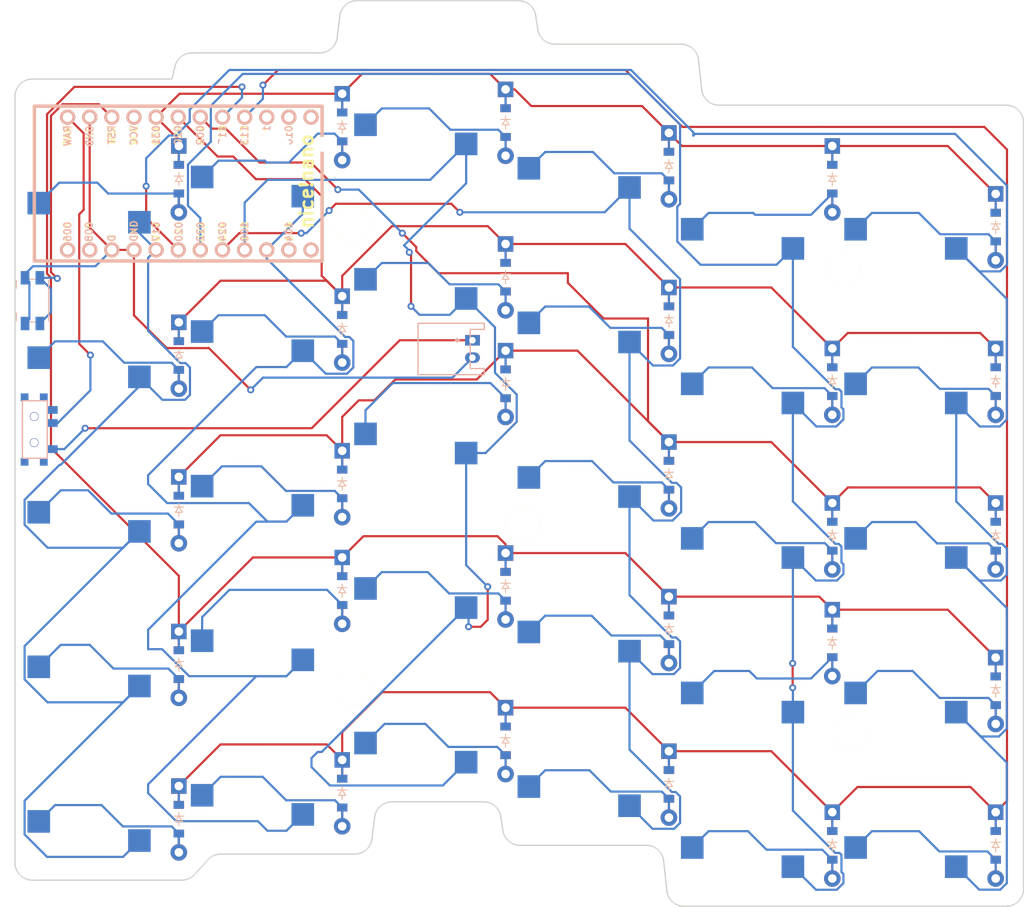
<source format=kicad_pcb>
(kicad_pcb (version 20241229) (generator "pcbnew") (generator_version "9.0")
  (title_block (title "right") (rev "v1.0.0") (company "Unknown"))
  (layers (0 "F.Cu" signal) (2 "B.Cu" signal) (13 "F.Paste" user) (15 "B.Paste" user) (5 "F.SilkS" user "F.Silkscreen") (7 "B.SilkS" user "B.Silkscreen") (1 "F.Mask" user) (3 "B.Mask" user) (25 "Edge.Cuts" user))
  (net 0 "")
  (net 1 "P020")
  (net 2 "mirror_first_mod")
  (net 3 "mirror_first_bottom")
  (net 4 "mirror_first_home")
  (net 5 "mirror_first_top")
  (net 6 "mirror_first_num")
  (net 7 "P022")
  (net 8 "mirror_second_mod")
  (net 9 "mirror_second_bottom")
  (net 10 "mirror_second_home")
  (net 11 "mirror_second_top")
  (net 12 "mirror_second_num")
  (net 13 "P024")
  (net 14 "mirror_third_mod")
  (net 15 "mirror_third_bottom")
  (net 16 "mirror_third_home")
  (net 17 "mirror_third_top")
  (net 18 "mirror_third_num")
  (net 19 "P100")
  (net 20 "mirror_fourth_mod")
  (net 21 "mirror_fourth_bottom")
  (net 22 "mirror_fourth_home")
  (net 23 "mirror_fourth_top")
  (net 24 "mirror_fourth_num")
  (net 25 "P011")
  (net 26 "mirror_fifth_mod")
  (net 27 "mirror_fifth_bottom")
  (net 28 "mirror_fifth_home")
  (net 29 "mirror_fifth_top")
  (net 30 "mirror_fifth_num")
  (net 31 "P017")
  (net 32 "mirror_sixth_mod")
  (net 33 "mirror_sixth_bottom")
  (net 34 "mirror_sixth_home")
  (net 35 "mirror_sixth_top")
  (net 36 "mirror_sixth_num")
  (net 37 "P113")
  (net 38 "P115")
  (net 39 "P002")
  (net 40 "P029")
  (net 41 "P031")
  (net 42 "RAW")
  (net 43 "GND")
  (net 44 "RST")
  (net 45 "VCC")
  (net 46 "P111")
  (net 47 "P010")
  (net 48 "P009")
  (net 49 "P006")
  (net 50 "P008")
  (net 51 "P104")
  (net 52 "P106")
  (net 53 "pos")
  (footprint "E73:SPDT_C128955" (layer "F.Cu") (at 244.95 105.75 90)
    (property "Reference" "T1" (hide yes))
    (property "Value" "" (hide yes))
  )
  (footprint "ComboDiode" (layer "F.Cu") (at 317.8 146.5 -90)
    (property "Reference" "D9" (hide yes))
    (property "Value" "" (hide yes))
  )
  (footprint "PG1350" (layer "F.Cu") (at 328.75 96.75 180)
    (property "Reference" "S9" (hide yes))
    (property "Value" "" (hide yes))
  )
  (footprint "ComboDiode" (layer "F.Cu") (at 355.3 100.25 -90)
    (property "Reference" "D4" (hide yes))
    (property "Value" "" (hide yes))
  )
  (footprint "PG1350" (layer "F.Cu") (at 328.75 150 180)
    (property "Reference" "S6" (hide yes))
    (property "Value" "" (hide yes))
  )
  (footprint "ComboDiode" (layer "F.Cu") (at 280.3 94.25 -90)
    (property "Reference" "D20" (hide yes))
    (property "Value" "" (hide yes))
  )
  (footprint "PG1350" (layer "F.Cu") (at 310 107.5 180)
    (property "Reference" "S13" (hide yes))
    (property "Value" "" (hide yes))
  )
  (footprint "HOLE_M2_TH" (layer "F.Cu") (at 281.5 135.5)
    (property "Reference" "")
    (property "Value" "")
  )
  (footprint "PG1350" (layer "F.Cu") (at 253.75 93.75 180)
    (property "Reference" "S29" (hide yes))
    (property "Value" "" (hide yes))
  )
  (footprint "PG1350" (layer "F.Cu") (at 291.25 120.25 180)
    (property "Reference" "S17" (hide yes))
    (property "Value" "" (hide yes))
  )
  (footprint "ComboDiode" (layer "F.Cu") (at 355.3 82.5 -90)
    (property "Reference" "D5" (hide yes))
    (property "Value" "" (hide yes))
  )
  (footprint "ComboDiode" (layer "F.Cu") (at 317.8 75.5 -90)
    (property "Reference" "D13" (hide yes))
    (property "Value" "" (hide yes))
  )
  (footprint "ComboDiode" (layer "F.Cu") (at 299.05 123.75 -90)
    (property "Reference" "D15" (hide yes))
    (property "Value" "" (hide yes))
  )
  (footprint "ComboDiode" (layer "F.Cu") (at 336.55 153.5 -90)
    (property "Reference" "D6" (hide yes))
    (property "Value" "" (hide yes))
  )
  (footprint "HOLE_M2_TH" (layer "F.Cu") (at 301 116.75)
    (property "Reference" "")
    (property "Value" "")
  )
  (footprint "ComboDiode" (layer "F.Cu") (at 299.05 88.25 -90)
    (property "Reference" "D16" (hide yes))
    (property "Value" "" (hide yes))
  )
  (footprint "ComboDiode" (layer "F.Cu") (at 299.05 141.5 -90)
    (property "Reference" "D14" (hide yes))
    (property "Value" "" (hide yes))
  )
  (footprint "PG1350" (layer "F.Cu") (at 310 72 180)
    (property "Reference" "S15" (hide yes))
    (property "Value" "" (hide yes))
  )
  (footprint "ComboDiode" (layer "F.Cu") (at 336.55 130.25 -90)
    (property "Reference" "D25" (hide yes))
    (property "Value" "" (hide yes))
  )
  (footprint "ComboDiode" (layer "F.Cu") (at 299.05 70.5 -90)
    (property "Reference" "D17" (hide yes))
    (property "Value" "" (hide yes))
  )
  (footprint "ComboDiode" (layer "F.Cu") (at 355.3 153.5 -90)
    (property "Reference" "D1" (hide yes))
    (property "Value" "" (hide yes))
  )
  (footprint "PG1350" (layer "F.Cu") (at 347.5 114.5 180)
    (property "Reference" "S3" (hide yes))
    (property "Value" "" (hide yes))
  )
  (footprint "ComboDiode" (layer "F.Cu") (at 280.3 147.5 -90)
    (property "Reference" "D18" (hide yes))
    (property "Value" "" (hide yes))
  )
  (footprint "ComboDiode" (layer "F.Cu") (at 355.3 118 -90)
    (property "Reference" "D3" (hide yes))
    (property "Value" "" (hide yes))
  )
  (footprint "PG1350" (layer "F.Cu") (at 310 125.25 180)
    (property "Reference" "S12" (hide yes))
    (property "Value" "" (hide yes))
  )
  (footprint "ComboDiode" (layer "F.Cu") (at 261.55 115 -90)
    (property "Reference" "D23" (hide yes))
    (property "Value" "" (hide yes))
  )
  (footprint "PG1350" (layer "F.Cu") (at 347.5 132.25 180)
    (property "Reference" "S2" (hide yes))
    (property "Value" "" (hide yes))
  )
  (footprint "PG1350" (layer "F.Cu") (at 310 143 180)
    (property "Reference" "S11" (hide yes))
    (property "Value" "" (hide yes))
  )
  (footprint "PG1350" (layer "F.Cu") (at 347.5 79 180)
    (property "Reference" "S5" (hide yes))
    (property "Value" "" (hide yes))
  )
  (footprint "PG1350" (layer "F.Cu") (at 291.25 102.5 180)
    (property "Reference" "S18" (hide yes))
    (property "Value" "" (hide yes))
  )
  (footprint "PG1350" (layer "F.Cu") (at 310 89.75 180)
    (property "Reference" "S14" (hide yes))
    (property "Value" "" (hide yes))
  )
  (footprint "Panasonic_EVQPUL_EVQPUC" (layer "F.Cu") (at 244.75 90.95 90)
    (property "Reference" "B1" (hide yes))
    (property "Value" "Panasonic_EVQPUL_EVQPUC" (hide yes))
  )
  (footprint "ComboDiode" (layer "F.Cu") (at 317.8 111 -90)
    (property "Reference" "D11" (hide yes))
    (property "Value" "" (hide yes))
  )
  (footprint "ComboDiode" (layer "F.Cu") (at 261.55 150.5 -90)
    (property "Reference" "D21" (hide yes))
    (property "Value" "" (hide yes))
  )
  (footprint "PG1350" (layer "F.Cu") (at 253.75 129.25 180)
    (property "Reference" "S27" (hide yes))
    (property "Value" "" (hide yes))
  )
  (footprint "HOLE_M2_TH" (layer "F.Cu") (at 281.5 82.25)
    (property "Reference" "")
    (property "Value" "")
  )
  (footprint "PG1350" (layer "F.Cu") (at 291.25 84.75 180)
    (property "Reference" "S19" (hide yes))
    (property "Value" "" (hide yes))
  )
  (footprint "PG1350" (layer "F.Cu") (at 272.5 108.5 180)
    (property "Reference" "S23" (hide yes))
    (property "Value" "" (hide yes))
  )
  (footprint "ComboDiode" (layer "F.Cu") (at 317.8 93.25 -90)
    (property "Reference" "D12" (hide yes))
    (property "Value" "" (hide yes))
  )
  (footprint "ComboDiode" (layer "F.Cu") (at 280.3 71 -90)
    (property "Reference" "D29" (hide yes))
    (property "Value" "" (hide yes))
  )
  (footprint "nice_nano" (layer "F.Cu") (at 262.75 77.5)
    (property "Reference" "MCU1" (hide yes))
    (property "Value" "nice_nano" (hide yes))
  )
  (footprint "PG1350" (layer "F.Cu") (at 328.75 114.5 180)
    (property "Reference" "S8" (hide yes))
    (property "Value" "" (hide yes))
  )
  (footprint "ComboDiode" (layer "F.Cu") (at 261.55 97.25 -90)
    (property "Reference" "D24" (hide yes))
    (property "Value" "" (hide yes))
  )
  (footprint "HOLE_M2_TH" (layer "F.Cu") (at 337.75 87.5)
    (property "Reference" "")
    (property "Value" "")
  )
  (footprint "ComboDiode" (layer "F.Cu") (at 280.3 112 -90)
    (property "Reference" "D19" (hide yes))
    (property "Value" "" (hide yes))
  )
  (footprint "PG1350" (layer "F.Cu") (at 253.75 147 180)
    (property "Reference" "S26" (hide yes))
    (property "Value" "" (hide yes))
  )
  (footprint "ComboDiode" (layer "F.Cu") (at 280.3 124.25 -90)
    (property "Reference" "D28" (hide yes))
    (property "Value" "" (hide yes))
  )
  (footprint "PG1350" (layer "F.Cu") (at 272.5 126.25 180)
    (property "Reference" "S22" (hide yes))
    (property "Value" "" (hide yes))
  )
  (footprint "PG1350" (layer "F.Cu") (at 291.25 67 180)
    (property "Reference" "S20" (hide yes))
    (property "Value" "" (hide yes))
  )
  (footprint "PG1350" (layer "F.Cu") (at 347.5 150 180)
    (property "Reference" "S1" (hide yes))
    (property "Value" "" (hide yes))
  )
  (footprint "ComboDiode" (layer "F.Cu") (at 261.55 132.75 -90)
    (property "Reference" "D22" (hide yes))
    (property "Value" "" (hide yes))
  )
  (footprint "JST_PH_S2B-PH-K_02x2.00mm_Angled" (layer "F.Cu") (at 295.25 96.5 -90)
    (property "Reference" "JST1" (hide yes))
    (property "Value" "" (hide yes))
  )
  (footprint "ComboDiode" (layer "F.Cu") (at 299.05 100.5 -90)
    (property "Reference" "D27" (hide yes))
    (property "Value" "" (hide yes))
  )
  (footprint "ComboDiode" (layer "F.Cu") (at 336.55 100.25 -90)
    (property "Reference" "D8" (hide yes))
    (property "Value" "" (hide yes))
  )
  (footprint "PG1350" (layer "F.Cu") (at 328.75 132.25 180)
    (property "Reference" "S7" (hide yes))
    (property "Value" "" (hide yes))
  )
  (footprint "HOLE_M2_TH" (layer "F.Cu") (at 338.5 140.75)
    (property "Reference" "")
    (property "Value" "")
  )
  (footprint "ComboDiode" (layer "F.Cu") (at 261.55 77 -90)
    (property "Reference" "D30" (hide yes))
    (property "Value" "" (hide yes))
  )
  (footprint "ComboDiode" (layer "F.Cu") (at 336.55 118 -90)
    (property "Reference" "D7" (hide yes))
    (property "Value" "" (hide yes))
  )
  (footprint "PG1350" (layer "F.Cu") (at 253.75 111.5 180)
    (property "Reference" "S28" (hide yes))
    (property "Value" "" (hide yes))
  )
  (footprint "ComboDiode" (layer "F.Cu") (at 317.8 128.75 -90)
    (property "Reference" "D10" (hide yes))
    (property "Value" "" (hide yes))
  )
  (footprint "PG1350" (layer "F.Cu") (at 347.5 96.75 180)
    (property "Reference" "S4" (hide yes))
    (property "Value" "" (hide yes))
  )
  (footprint "PG1350" (layer "F.Cu") (at 328.75 79 180)
    (property "Reference" "S10" (hide yes))
    (property "Value" "" (hide yes))
  )
  (footprint "ComboDiode" (layer "F.Cu") (at 336.55 77 -90)
    (property "Reference" "D26" (hide yes))
    (property "Value" "" (hide yes))
  )
  (footprint "PG1350" (layer "F.Cu") (at 253.75 76 180)
    (property "Reference" "S30" (hide yes))
    (property "Value" "" (hide yes))
  )
  (footprint "PG1350" (layer "F.Cu") (at 291.25 138 180)
    (property "Reference" "S16" (hide yes))
    (property "Value" "" (hide yes))
  )
  (footprint "ComboDiode" (layer "F.Cu") (at 355.3 135.75 -90)
    (property "Reference" "D2" (hide yes))
    (property "Value" "" (hide yes))
  )
  (footprint "PG1350" (layer "F.Cu") (at 272.5 90.75 180)
    (property "Reference" "S24" (hide yes))
    (property "Value" "" (hide yes))
  )
  (footprint "PG1350" (layer "F.Cu") (at 272.5 73 180)
    (property "Reference" "S25" (hide yes))
    (property "Value" "" (hide yes))
  )
  (footprint "PG1350" (layer "F.Cu") (at 272.5 144 180)
    (property "Reference" "S21" (hide yes))
    (property "Value" "" (hide yes))
  )
  (gr_line (start 356.5 68.5) (end 323.547161 68.5) (stroke (width 0.15)) (layer "Edge.Cuts"))
  (gr_arc (start 315.202839 153.5) (mid 316.539601 154.012362) (end 317.191457 155.286934) (stroke (width 0.15)) (layer "Edge.Cuts"))
  (gr_arc (start 263.344505 156.851449) (mid 262.675523 157.330696) (end 261.870197 157.5) (stroke (width 0.15)) (layer "Edge.Cuts"))
  (gr_arc (start 323.547161 68.5) (mid 322.210399 67.987638) (end 321.558543 66.713066) (stroke (width 0.15)) (layer "Edge.Cuts"))
  (gr_line (start 358.5 158.5) (end 358.5 70.5) (stroke (width 0.15)) (layer "Edge.Cuts"))
  (gr_line (start 266.379803 154.5) (end 281.734436 154.5) (stroke (width 0.15)) (layer "Edge.Cuts"))
  (gr_line (start 261.121233 64.014868) (end 260.7499 65.5) (stroke (width 0.15)) (layer "Edge.Cuts"))
  (gr_line (start 298.505498 150.203319) (end 298.744502 151.796681) (stroke (width 0.15)) (layer "Edge.Cuts"))
  (gr_arc (start 280.031008 58.251931) (mid 280.691959 57.000644) (end 282.015564 56.5) (stroke (width 0.15)) (layer "Edge.Cuts"))
  (gr_arc (start 279.718992 60.748069) (mid 279.058041 61.999356) (end 277.734436 62.5) (stroke (width 0.15)) (layer "Edge.Cuts"))
  (gr_arc (start 319.202839 61.5) (mid 320.539601 62.012362) (end 321.191457 63.286934) (stroke (width 0.15)) (layer "Edge.Cuts"))
  (gr_arc (start 244.75 157.5) (mid 243.335786 156.914214) (end 242.75 155.5) (stroke (width 0.15)) (layer "Edge.Cuts"))
  (gr_arc (start 358.5 158.5) (mid 357.914214 159.914214) (end 356.5 160.5) (stroke (width 0.15)) (layer "Edge.Cuts"))
  (gr_arc (start 296.527625 148.5) (mid 297.832738 148.98452) (end 298.505498 150.203319) (stroke (width 0.15)) (layer "Edge.Cuts"))
  (gr_arc (start 242.75 67.5) (mid 243.335786 66.085786) (end 244.75 65.5) (stroke (width 0.15)) (layer "Edge.Cuts"))
  (gr_line (start 319.547161 160.5) (end 356.5 160.5) (stroke (width 0.15)) (layer "Edge.Cuts"))
  (gr_arc (start 319.547161 160.5) (mid 318.210399 159.987638) (end 317.558543 158.713066) (stroke (width 0.15)) (layer "Edge.Cuts"))
  (gr_line (start 286.015564 148.5) (end 296.527625 148.5) (stroke (width 0.15)) (layer "Edge.Cuts"))
  (gr_arc (start 300.722375 153.5) (mid 299.417262 153.01548) (end 298.744502 151.796681) (stroke (width 0.15)) (layer "Edge.Cuts"))
  (gr_arc (start 300.527625 56.5) (mid 301.832738 56.98452) (end 302.505498 58.203319) (stroke (width 0.15)) (layer "Edge.Cuts"))
  (gr_arc (start 356.5 68.5) (mid 357.914214 69.085786) (end 358.5 70.5) (stroke (width 0.15)) (layer "Edge.Cuts"))
  (gr_line (start 300.722375 153.5) (end 315.202839 153.5) (stroke (width 0.15)) (layer "Edge.Cuts"))
  (gr_arc (start 283.718992 152.748069) (mid 283.058041 153.999356) (end 281.734436 154.5) (stroke (width 0.15)) (layer "Edge.Cuts"))
  (gr_arc (start 284.031008 150.251931) (mid 284.691959 149.000644) (end 286.015564 148.5) (stroke (width 0.15)) (layer "Edge.Cuts"))
  (gr_line (start 242.75 67.5) (end 242.75 155.5) (stroke (width 0.15)) (layer "Edge.Cuts"))
  (gr_line (start 283.718991 152.748069) (end 284.031009 150.251931) (stroke (width 0.15)) (layer "Edge.Cuts"))
  (gr_line (start 317.191457 155.286934) (end 317.558543 158.713066) (stroke (width 0.15)) (layer "Edge.Cuts"))
  (gr_line (start 277.734436 62.5) (end 263.061502 62.5) (stroke (width 0.15)) (layer "Edge.Cuts"))
  (gr_line (start 321.558543 66.713066) (end 321.191457 63.286934) (stroke (width 0.15)) (layer "Edge.Cuts"))
  (gr_arc (start 304.722375 61.5) (mid 303.417262 61.01548) (end 302.744502 59.796681) (stroke (width 0.15)) (layer "Edge.Cuts"))
  (gr_arc (start 264.905495 155.148551) (mid 265.574477 154.669304) (end 266.379803 154.5) (stroke (width 0.15)) (layer "Edge.Cuts"))
  (gr_line (start 260.7499 65.5) (end 244.75 65.5) (stroke (width 0.15)) (layer "Edge.Cuts"))
  (gr_line (start 302.744502 59.796681) (end 302.505498 58.203319) (stroke (width 0.15)) (layer "Edge.Cuts"))
  (gr_line (start 263.344505 156.851449) (end 264.905495 155.148551) (stroke (width 0.15)) (layer "Edge.Cuts"))
  (gr_line (start 319.202839 61.5) (end 304.722375 61.5) (stroke (width 0.15)) (layer "Edge.Cuts"))
  (gr_line (start 280.031009 58.251931) (end 279.718991 60.748069) (stroke (width 0.15)) (layer "Edge.Cuts"))
  (gr_line (start 244.75 157.5) (end 261.870197 157.5) (stroke (width 0.15)) (layer "Edge.Cuts"))
  (gr_line (start 300.527625 56.5) (end 282.015564 56.5) (stroke (width 0.15)) (layer "Edge.Cuts"))
  (gr_arc (start 261.121232 64.014868) (mid 261.830702 62.92357) (end 263.061502 62.5) (stroke (width 0.15)) (layer "Edge.Cuts"))
  (segment (start 257.8 77.8) (end 257.8 81.44) (width 0.25) (layer "F.Cu") (net 1))
  (segment (start 257.8 81.44) (end 261.48 85.12) (width 0.25) (layer "F.Cu") (net 1))
  (via (at 257.8 77.8) (size 0.8) (drill 0.4) (layers "F.Cu" "B.Cu") (net 1))
  (segment (start 356.5775 104.589158) (end 355.766658 105.4) (width 0.25) (layer "B.Cu") (net 1))
  (segment (start 355.641316 118.875) (end 356.03462 118.875) (width 0.25) (layer "B.Cu") (net 1))
  (segment (start 350.775 84.95) (end 356.5775 90.7525) (width 0.25) (layer "B.Cu") (net 1))
  (segment (start 356.03462 118.875) (end 356.5775 119.41788) (width 0.25) (layer "B.Cu") (net 1))
  (segment (start 320.6 72) (end 320.6 71.615984) (width 0.25) (layer "B.Cu") (net 1))
  (segment (start 320.6 71.615984) (end 313.444516 64.4605) (width 0.25) (layer "B.Cu") (net 1))
  (segment (start 350.775 120.45) (end 356.5775 126.2525) (width 0.25) (layer "B.Cu") (net 1))
  (segment (start 356.6 86.816658) (end 356.6 77.75238) (width 0.25) (layer "B.Cu") (net 1))
  (segment (start 356.5775 90.7525) (end 356.5775 104.589158) (width 0.25) (layer "B.Cu") (net 1))
  (segment (start 353.4125 158.5875) (end 350.775 155.95) (width 0.25) (layer "B.Cu") (net 1))
  (segment (start 356.5775 119.41788) (end 356.5775 122.4225) (width 0.25) (layer "B.Cu") (net 1))
  (segment (start 261.224 71.976) (end 260.424 71.976) (width 0.25) (layer "B.Cu") (net 1))
  (segment (start 356.5775 126.2525) (end 356.5775 140.089158) (width 0.25) (layer "B.Cu") (net 1))
  (segment (start 353.475 105.4) (end 350.775 102.7) (width 0.25) (layer "B.Cu") (net 1))
  (segment (start 355.829158 87.5875) (end 356.6 86.816658) (width 0.25) (layer "B.Cu") (net 1))
  (segment (start 356.5775 140.089158) (end 355.666658 141) (width 0.25) (layer "B.Cu") (net 1))
  (segment (start 350.64762 71.8) (end 320.8 71.8) (width 0.25) (layer "B.Cu") (net 1))
  (segment (start 353.575 141) (end 350.775 138.2) (width 0.25) (layer "B.Cu") (net 1))
  (segment (start 356.6 77.75238) (end 350.64762 71.8) (width 0.25) (layer "B.Cu") (net 1))
  (segment (start 262.8 69) (end 262.8 70.4) (width 0.25) (layer "B.Cu") (net 1))
  (segment (start 356.5775 144.0025) (end 356.5775 157.839158) (width 0.25) (layer "B.Cu") (net 1))
  (segment (start 260.424 71.976) (end 257.8 74.6) (width 0.25) (layer "B.Cu") (net 1))
  (segment (start 350.775 138.2) (end 356.5775 144.0025) (width 0.25) (layer "B.Cu") (net 1))
  (segment (start 353.4125 87.5875) (end 355.829158 87.5875) (width 0.25) (layer "B.Cu") (net 1))
  (segment (start 350.775 114.008684) (end 355.641316 118.875) (width 0.25) (layer "B.Cu") (net 1))
  (segment (start 313.444516 64.4605) (end 267.3395 64.4605) (width 0.25) (layer "B.Cu") (net 1))
  (segment (start 320.8 71.8) (end 320.6 72) (width 0.25) (layer "B.Cu") (net 1))
  (segment (start 267.3395 64.4605) (end 262.8 69) (width 0.25) (layer "B.Cu") (net 1))
  (segment (start 353.4125 123.0875) (end 350.775 120.45) (width 0.25) (layer "B.Cu") (net 1))
  (segment (start 356.5775 157.839158) (end 355.829158 158.5875) (width 0.25) (layer "B.Cu") (net 1))
  (segment (start 355.666658 141) (end 353.575 141) (width 0.25) (layer "B.Cu") (net 1))
  (segment (start 262.8 70.4) (end 261.224 71.976) (width 0.25) (layer "B.Cu") (net 1))
  (segment (start 356.5775 122.4225) (end 355.9125 123.0875) (width 0.25) (layer "B.Cu") (net 1))
  (segment (start 355.829158 158.5875) (end 353.4125 158.5875) (width 0.25) (layer "B.Cu") (net 1))
  (segment (start 350.775 84.95) (end 353.4125 87.5875) (width 0.25) (layer "B.Cu") (net 1))
  (segment (start 257.8 74.6) (end 257.8 77.8) (width 0.25) (layer "B.Cu") (net 1))
  (segment (start 350.775 102.7) (end 350.775 114.008684) (width 0.25) (layer "B.Cu") (net 1))
  (segment (start 355.9125 123.0875) (end 353.4125 123.0875) (width 0.25) (layer "B.Cu") (net 1))
  (segment (start 355.766658 105.4) (end 353.475 105.4) (width 0.25) (layer "B.Cu") (net 1))
  (segment (start 355.3 157.31) (end 355.3 155.15) (width 0.25) (layer "F.Cu") (net 2))
  (segment (start 339.225 153.75) (end 341.1 151.875) (width 0.25) (layer "B.Cu") (net 2))
  (segment (start 354.35 154.2) (end 355.3 155.15) (width 0.25) (layer "B.Cu") (net 2))
  (segment (start 341.1 151.875) (end 346.50962 151.875) (width 0.25) (layer "B.Cu") (net 2))
  (segment (start 346.50962 151.875) (end 348.83462 154.2) (width 0.25) (layer "B.Cu") (net 2))
  (segment (start 348.83462 154.2) (end 354.35 154.2) (width 0.25) (layer "B.Cu") (net 2))
  (segment (start 355.3 157.31) (end 355.3 155.15) (width 0.25) (layer "B.Cu") (net 2))
  (segment (start 355.3 139.56) (end 355.3 137.4) (width 0.25) (layer "F.Cu") (net 3))
  (segment (start 355.3 139.56) (end 355.3 137.4) (width 0.25) (layer "B.Cu") (net 3))
  (segment (start 348.870001 136.575) (end 354.475 136.575) (width 0.25) (layer "B.Cu") (net 3))
  (segment (start 354.475 136.575) (end 355.3 137.4) (width 0.25) (layer "B.Cu") (net 3))
  (segment (start 339.225 136) (end 341.7491 133.4759) (width 0.25) (layer "B.Cu") (net 3))
  (segment (start 341.7491 133.4759) (end 345.770901 133.4759) (width 0.25) (layer "B.Cu") (net 3))
  (segment (start 345.770901 133.4759) (end 348.870001 136.575) (width 0.25) (layer "B.Cu") (net 3))
  (segment (start 355.3 121.81) (end 355.3 119.65) (width 0.25) (layer "F.Cu") (net 4))
  (segment (start 354.475 118.825) (end 355.3 119.65) (width 0.25) (layer "B.Cu") (net 4))
  (segment (start 355.3 121.81) (end 355.3 119.65) (width 0.25) (layer "B.Cu") (net 4))
  (segment (start 346.125 116.375) (end 348.575 118.825) (width 0.25) (layer "B.Cu") (net 4))
  (segment (start 339.225 118.25) (end 341.1 116.375) (width 0.25) (layer "B.Cu") (net 4))
  (segment (start 348.575 118.825) (end 354.475 118.825) (width 0.25) (layer "B.Cu") (net 4))
  (segment (start 341.1 116.375) (end 346.125 116.375) (width 0.25) (layer "B.Cu") (net 4))
  (segment (start 355.3 104.06) (end 355.3 101.9) (width 0.25) (layer "F.Cu") (net 5))
  (segment (start 339.225 100.5) (end 341.1 98.625) (width 0.25) (layer "B.Cu") (net 5))
  (segment (start 346.425 98.625) (end 348.875 101.075) (width 0.25) (layer "B.Cu") (net 5))
  (segment (start 348.875 101.075) (end 354.475 101.075) (width 0.25) (layer "B.Cu") (net 5))
  (segment (start 355.3 104.06) (end 355.3 101.9) (width 0.25) (layer "B.Cu") (net 5))
  (segment (start 354.475 101.075) (end 355.3 101.9) (width 0.25) (layer "B.Cu") (net 5))
  (segment (start 341.1 98.625) (end 346.425 98.625) (width 0.25) (layer "B.Cu") (net 5))
  (segment (start 355.3 86.31) (end 355.3 84.15) (width 0.25) (layer "F.Cu") (net 6))
  (segment (start 348.925 83.325) (end 354.475 83.325) (width 0.25) (layer "B.Cu") (net 6))
  (segment (start 341.1 80.875) (end 346.475 80.875) (width 0.25) (layer "B.Cu") (net 6))
  (segment (start 346.475 80.875) (end 348.925 83.325) (width 0.25) (layer "B.Cu") (net 6))
  (segment (start 339.225 82.75) (end 341.1 80.875) (width 0.25) (layer "B.Cu") (net 6))
  (segment (start 354.475 83.325) (end 355.3 84.15) (width 0.25) (layer "B.Cu") (net 6))
  (segment (start 355.3 86.31) (end 355.3 84.15) (width 0.25) (layer "B.Cu") (net 6))
  (segment (start 332 132.6) (end 332 135.4) (width 0.25) (layer "F.Cu") (net 7))
  (via (at 332 135.4) (size 0.8) (drill 0.4) (layers "F.Cu" "B.Cu") (net 7))
  (via (at 332 132.6) (size 0.8) (drill 0.4) (layers "F.Cu" "B.Cu") (net 7))
  (segment (start 334.675 158.6) (end 332.025 155.95) (width 0.25) (layer "B.Cu") (net 7))
  (segment (start 337.8275 121.2275) (end 337.8275 122.339158) (width 0.25) (layer "B.Cu") (net 7))
  (segment (start 332.025 120.45) (end 332.025 132.575) (width 0.25) (layer "B.Cu") (net 7))
  (segment (start 330.15 86.825) (end 321.425 86.825) (width 0.25) (layer "B.Cu") (net 7))
  (segment (start 337.6 101.4) (end 337.6 103.2) (width 0.25) (layer "B.Cu") (net 7))
  (segment (start 337.375 154.375) (end 337.6 154.6) (width 0.25) (layer "B.Cu") (net 7))
  (segment (start 332.025 149.508684) (end 336.891316 154.375) (width 0.25) (layer "B.Cu") (net 7))
  (segment (start 337.6 119.19038) (end 337.6 121) (width 0.25) (layer "B.Cu") (net 7))
  (segment (start 334.6625 123.0875) (end 332.025 120.45) (width 0.25) (layer "B.Cu") (net 7))
  (segment (start 337.325 101.125) (end 337.6 101.4) (width 0.25) (layer "B.Cu") (net 7))
  (segment (start 337.6 154.6) (end 337.6 156.553342) (width 0.25) (layer "B.Cu") (net 7))
  (segment (start 268.8895 64.9105) (end 265.2213 68.5787) (width 0.25) (layer "B.Cu") (net 7))
  (segment (start 265.2213 72.69408) (end 262.6 75.31538) (width 0.25) (layer "B.Cu") (net 7))
  (segment (start 319.0775 70.72988) (end 313.25812 64.9105) (width 0.25) (layer "B.Cu") (net 7))
  (segment (start 332.025 138.2) (end 332.025 149.508684) (width 0.25) (layer "B.Cu") (net 7))
  (segment (start 336.891316 101.125) (end 337.325 101.125) (width 0.25) (layer "B.Cu") (net 7))
  (segment (start 332.025 132.575) (end 332 132.6) (width 0.25) (layer "B.Cu") (net 7))
  (segment (start 321.425 86.825) (end 318.758329 84.158329) (width 0.25) (layer "B.Cu") (net 7))
  (segment (start 264.02 81.473342) (end 264.02 85.12) (width 0.25) (layer "B.Cu") (net 7))
  (segment (start 332.025 84.95) (end 332.025 96.258684) (width 0.25) (layer "B.Cu") (net 7))
  (segment (start 318.758329 80.158329) (end 319.0775 79.839158) (width 0.25) (layer "B.Cu") (net 7))
  (segment (start 334.725 105.4) (end 332.025 102.7) (width 0.25) (layer "B.Cu") (net 7))
  (segment (start 318.758329 84.158329) (end 318.758329 80.158329) (width 0.25) (layer "B.Cu") (net 7))
  (segment (start 262.6 75.31538) (end 262.6 80.053342) (width 0.25) (layer "B.Cu") (net 7))
  (segment (start 337.6 156.553342) (end 337.8275 156.780842) (width 0.25) (layer "B.Cu") (net 7))
  (segment (start 332.025 135.425) (end 332.025 138.2) (width 0.25) (layer "B.Cu") (net 7))
  (segment (start 332.025 114.008684) (end 336.891316 118.875) (width 0.25) (layer "B.Cu") (net 7))
  (segment (start 337.8275 104.589158) (end 337.016658 105.4) (width 0.25) (layer "B.Cu") (net 7))
  (segment (start 336.891316 154.375) (end 337.375 154.375) (width 0.25) (layer "B.Cu") (net 7))
  (segment (start 332 135.4) (end 332.025 135.425) (width 0.25) (layer "B.Cu") (net 7))
  (segment (start 262.6 80.053342) (end 264.02 81.473342) (width 0.25) (layer "B.Cu") (net 7))
  (segment (start 332.025 96.258684) (end 336.891316 101.125) (width 0.25) (layer "B.Cu") (net 7))
  (segment (start 332.025 84.95) (end 330.15 86.825) (width 0.25) (layer "B.Cu") (net 7))
  (segment (start 319.0775 79.839158) (end 319.0775 70.72988) (width 0.25) (layer "B.Cu") (net 7))
  (segment (start 337.8275 122.339158) (end 337.079158 123.0875) (width 0.25) (layer "B.Cu") (net 7))
  (segment (start 265.2213 68.5787) (end 265.2213 72.69408) (width 0.25) (layer "B.Cu") (net 7))
  (segment (start 313.25812 64.9105) (end 268.8895 64.9105) (width 0.25) (layer "B.Cu") (net 7))
  (segment (start 337.6 103.2) (end 337.8275 103.4275) (width 0.25) (layer "B.Cu") (net 7))
  (segment (start 337.8275 157.839158) (end 337.066658 158.6) (width 0.25) (layer "B.Cu") (net 7))
  (segment (start 337.6 121) (end 337.8275 121.2275) (width 0.25) (layer "B.Cu") (net 7))
  (segment (start 337.28462 118.875) (end 337.6 119.19038) (width 0.25) (layer "B.Cu") (net 7))
  (segment (start 337.079158 123.0875) (end 334.6625 123.0875) (width 0.25) (layer "B.Cu") (net 7))
  (segment (start 337.8275 103.4275) (end 337.8275 104.589158) (width 0.25) (layer "B.Cu") (net 7))
  (segment (start 337.066658 158.6) (end 334.675 158.6) (width 0.25) (layer "B.Cu") (net 7))
  (segment (start 332.025 102.7) (end 332.025 114.008684) (width 0.25) (layer "B.Cu") (net 7))
  (segment (start 337.8275 156.780842) (end 337.8275 157.839158) (width 0.25) (layer "B.Cu") (net 7))
  (segment (start 337.016658 105.4) (end 334.725 105.4) (width 0.25) (layer "B.Cu") (net 7))
  (segment (start 336.891316 118.875) (end 337.28462 118.875) (width 0.25) (layer "B.Cu") (net 7))
  (segment (start 336.55 157.31) (end 336.55 155.15) (width 0.25) (layer "F.Cu") (net 8))
  (segment (start 335.4 154) (end 336.55 155.15) (width 0.25) (layer "B.Cu") (net 8))
  (segment (start 322.35 151.875) (end 326.875 151.875) (width 0.25) (layer "B.Cu") (net 8))
  (segment (start 326.875 151.875) (end 329 154) (width 0.25) (layer "B.Cu") (net 8))
  (segment (start 320.475 153.75) (end 322.35 151.875) (width 0.25) (layer "B.Cu") (net 8))
  (segment (start 336.55 157.31) (end 336.55 155.15) (width 0.25) (layer "B.Cu") (net 8))
  (segment (start 329 154) (end 335.4 154) (width 0.25) (layer "B.Cu") (net 8))
  (segment (start 336.55 134.06) (end 336.55 131.9) (width 0.25) (layer "F.Cu") (net 9))
  (segment (start 334.1105 134.3395) (end 336.55 131.9) (width 0.25) (layer "B.Cu") (net 9))
  (segment (start 322.9991 133.4759) (end 327.020901 133.4759) (width 0.25) (layer "B.Cu") (net 9))
  (segment (start 320.475 136) (end 322.9991 133.4759) (width 0.25) (layer "B.Cu") (net 9))
  (segment (start 327.884501 134.3395) (end 334.1105 134.3395) (width 0.25) (layer "B.Cu") (net 9))
  (segment (start 336.55 134.06) (end 336.55 131.9) (width 0.25) (layer "B.Cu") (net 9))
  (segment (start 327.020901 133.4759) (end 327.884501 134.3395) (width 0.25) (layer "B.Cu") (net 9))
  (segment (start 336.55 121.81) (end 336.55 119.65) (width 0.25) (layer "F.Cu") (net 10))
  (segment (start 320.475 118.25) (end 322.35 116.375) (width 0.25) (layer "B.Cu") (net 10))
  (segment (start 335.7 118.8) (end 336.55 119.65) (width 0.25) (layer "B.Cu") (net 10))
  (segment (start 327.670001 116.375) (end 330.095001 118.8) (width 0.25) (layer "B.Cu") (net 10))
  (segment (start 336.55 121.81) (end 336.55 119.65) (width 0.25) (layer "B.Cu") (net 10))
  (segment (start 322.35 116.375) (end 327.670001 116.375) (width 0.25) (layer "B.Cu") (net 10))
  (segment (start 330.095001 118.8) (end 335.7 118.8) (width 0.25) (layer "B.Cu") (net 10))
  (segment (start 336.55 104.06) (end 336.55 101.9) (width 0.25) (layer "F.Cu") (net 11))
  (segment (start 329.70165 101) (end 335.65 101) (width 0.25) (layer "B.Cu") (net 11))
  (segment (start 336.55 104.06) (end 336.55 101.9) (width 0.25) (layer "B.Cu") (net 11))
  (segment (start 327.32665 98.625) (end 329.70165 101) (width 0.25) (layer "B.Cu") (net 11))
  (segment (start 322.35 98.625) (end 327.32665 98.625) (width 0.25) (layer "B.Cu") (net 11))
  (segment (start 335.65 101) (end 336.55 101.9) (width 0.25) (layer "B.Cu") (net 11))
  (segment (start 320.475 100.5) (end 322.35 98.625) (width 0.25) (layer "B.Cu") (net 11))
  (segment (start 336.55 80.81) (end 336.55 78.65) (width 0.25) (layer "F.Cu") (net 12))
  (segment (start 320.475 82.75) (end 322.35 80.875) (width 0.25) (layer "B.Cu") (net 12))
  (segment (start 327.475 80.875) (end 327.6895 81.0895) (width 0.25) (layer "B.Cu") (net 12))
  (segment (start 336.55 80.81) (end 336.55 78.65) (width 0.25) (layer "B.Cu") (net 12))
  (segment (start 327.6895 81.0895) (end 334.1105 81.0895) (width 0.25) (layer "B.Cu") (net 12))
  (segment (start 334.1105 81.0895) (end 336.55 78.65) (width 0.25) (layer "B.Cu") (net 12))
  (segment (start 322.35 80.875) (end 327.475 80.875) (width 0.25) (layer "B.Cu") (net 12))
  (segment (start 293.8 80.8) (end 292.825 79.825) (width 0.25) (layer "F.Cu") (net 13))
  (segment (start 279.575 79.825) (end 278.8 80.6) (width 0.25) (layer "F.Cu") (net 13))
  (segment (start 268.48 83.2) (end 266.56 85.12) (width 0.25) (layer "F.Cu") (net 13))
  (segment (start 275.6 83.2) (end 268.48 83.2) (width 0.25) (layer "F.Cu") (net 13))
  (segment (start 292.825 79.825) (end 279.575 79.825) (width 0.25) (layer "F.Cu") (net 13))
  (via (at 293.8 80.8) (size 0.8) (drill 0.4) (layers "F.Cu" "B.Cu") (net 13))
  (via (at 278.8 80.6) (size 0.8) (drill 0.4) (layers "F.Cu" "B.Cu") (net 13))
  (via (at 275.6 83.2) (size 0.8) (drill 0.4) (layers "F.Cu" "B.Cu") (net 13))
  (segment (start 318.675 111.875) (end 319.2 112.4) (width 0.25) (layer "B.Cu") (net 13))
  (segment (start 319.2 112.4) (end 319.2 115.216658) (width 0.25) (layer "B.Cu") (net 13))
  (segment (start 318.141316 147.375) (end 318.575 147.375) (width 0.25) (layer "B.Cu") (net 13))
  (segment (start 318.141316 111.875) (end 318.675 111.875) (width 0.25) (layer "B.Cu") (net 13))
  (segment (start 319.2 115.216658) (end 318.216658 116.2) (width 0.25) (layer "B.Cu") (net 13))
  (segment (start 313.275 77.95) (end 313.275 82.67738) (width 0.25) (layer "B.Cu") (net 13))
  (segment (start 319.0775 130.0775) (end 319.0775 133.1225) (width 0.25) (layer "B.Cu") (net 13))
  (segment (start 313.275 77.95) (end 310.425 80.8) (width 0.25) (layer "B.Cu") (net 13))
  (segment (start 313.275 131.2) (end 313.275 142.508684) (width 0.25) (layer "B.Cu") (net 13))
  (segment (start 278.8 80.6) (end 276.2 83.2) (width 0.25) (layer "B.Cu") (net 13))
  (segment (start 315.975 98.4) (end 313.275 95.7) (width 0.25) (layer "B.Cu") (net 13))
  (segment (start 318.3625 133.8375) (end 315.9125 133.8375) (width 0.25) (layer "B.Cu") (net 13))
  (segment (start 319.0775 147.8775) (end 319.0775 150.9225) (width 0.25) (layer "B.Cu") (net 13))
  (segment (start 318.625 129.625) (end 319.0775 130.0775) (width 0.25) (layer "B.Cu") (net 13))
  (segment (start 316.025 116.2) (end 313.275 113.45) (width 0.25) (layer "B.Cu") (net 13))
  (segment (start 313.275 107.008684) (end 318.141316 111.875) (width 0.25) (layer "B.Cu") (net 13))
  (segment (start 318.575 147.375) (end 319.0775 147.8775) (width 0.25) (layer "B.Cu") (net 13))
  (segment (start 315.925 151.6) (end 313.275 148.95) (width 0.25) (layer "B.Cu") (net 13))
  (segment (start 319.0775 133.1225) (end 318.3625 133.8375) (width 0.25) (layer "B.Cu") (net 13))
  (segment (start 313.275 95.7) (end 313.275 107.008684) (width 0.25) (layer "B.Cu") (net 13))
  (segment (start 319.0775 97.589158) (end 318.266658 98.4) (width 0.25) (layer "B.Cu") (net 13))
  (segment (start 310.425 80.8) (end 293.8 80.8) (width 0.25) (layer "B.Cu") (net 13))
  (segment (start 318.216658 116.2) (end 316.025 116.2) (width 0.25) (layer "B.Cu") (net 13))
  (segment (start 276.2 83.2) (end 275.6 83.2) (width 0.25) (layer "B.Cu") (net 13))
  (segment (start 315.9125 133.8375) (end 313.275 131.2) (width 0.25) (layer "B.Cu") (net 13))
  (segment (start 318.266658 98.4) (end 315.975 98.4) (width 0.25) (layer "B.Cu") (net 13))
  (segment (start 318.4 151.6) (end 315.925 151.6) (width 0.25) (layer "B.Cu") (net 13))
  (segment (start 318.141316 129.625) (end 318.625 129.625) (width 0.25) (layer "B.Cu") (net 13))
  (segment (start 313.275 113.45) (end 313.275 124.758684) (width 0.25) (layer "B.Cu") (net 13))
  (segment (start 313.275 82.67738) (end 319.0775 88.47988) (width 0.25) (layer "B.Cu") (net 13))
  (segment (start 313.275 124.758684) (end 318.141316 129.625) (width 0.25) (layer "B.Cu") (net 13))
  (segment (start 319.0775 88.47988) (end 319.0775 97.589158) (width 0.25) (layer "B.Cu") (net 13))
  (segment (start 319.0775 150.9225) (end 318.4 151.6) (width 0.25) (layer "B.Cu") (net 13))
  (segment (start 313.275 142.508684) (end 318.141316 147.375) (width 0.25) (layer "B.Cu") (net 13))
  (segment (start 317.8 150.31) (end 317.8 148.15) (width 0.25) (layer "F.Cu") (net 14))
  (segment (start 308.675 144.875) (end 311.125 147.325) (width 0.25) (layer "B.Cu") (net 14))
  (segment (start 316.975 147.325) (end 317.8 148.15) (width 0.25) (layer "B.Cu") (net 14))
  (segment (start 317.8 150.31) (end 317.8 148.15) (width 0.25) (layer "B.Cu") (net 14))
  (segment (start 311.125 147.325) (end 316.975 147.325) (width 0.25) (layer "B.Cu") (net 14))
  (segment (start 301.725 146.75) (end 303.6 144.875) (width 0.25) (layer "B.Cu") (net 14))
  (segment (start 303.6 144.875) (end 308.675 144.875) (width 0.25) (layer "B.Cu") (net 14))
  (segment (start 317.8 132.56) (end 317.8 130.4) (width 0.25) (layer "F.Cu") (net 15))
  (segment (start 317.8 132.56) (end 317.8 130.4) (width 0.25) (layer "B.Cu") (net 15))
  (segment (start 301.725 129) (end 303.6 127.125) (width 0.25) (layer "B.Cu") (net 15))
  (segment (start 316.8 129.4) (end 317.8 130.4) (width 0.25) (layer "B.Cu") (net 15))
  (segment (start 311.195001 129.4) (end 316.8 129.4) (width 0.25) (layer "B.Cu") (net 15))
  (segment (start 303.6 127.125) (end 308.920001 127.125) (width 0.25) (layer "B.Cu") (net 15))
  (segment (start 308.920001 127.125) (end 311.195001 129.4) (width 0.25) (layer "B.Cu") (net 15))
  (segment (start 317.8 114.81) (end 317.8 112.65) (width 0.25) (layer "F.Cu") (net 16))
  (segment (start 301.725 111.25) (end 303.6 109.375) (width 0.25) (layer "B.Cu") (net 16))
  (segment (start 311.425 111.825) (end 316.975 111.825) (width 0.25) (layer "B.Cu") (net 16))
  (segment (start 303.6 109.375) (end 308.975 109.375) (width 0.25) (layer "B.Cu") (net 16))
  (segment (start 317.8 114.81) (end 317.8 112.65) (width 0.25) (layer "B.Cu") (net 16))
  (segment (start 316.975 111.825) (end 317.8 112.65) (width 0.25) (layer "B.Cu") (net 16))
  (segment (start 308.975 109.375) (end 311.425 111.825) (width 0.25) (layer "B.Cu") (net 16))
  (segment (start 317.8 97.06) (end 317.8 94.9) (width 0.25) (layer "F.Cu") (net 17))
  (segment (start 311.075 94.075) (end 316.975 94.075) (width 0.25) (layer "B.Cu") (net 17))
  (segment (start 303.6 91.625) (end 308.625 91.625) (width 0.25) (layer "B.Cu") (net 17))
  (segment (start 301.725 93.5) (end 303.6 91.625) (width 0.25) (layer "B.Cu") (net 17))
  (segment (start 317.8 97.06) (end 317.8 94.9) (width 0.25) (layer "B.Cu") (net 17))
  (segment (start 316.975 94.075) (end 317.8 94.9) (width 0.25) (layer "B.Cu") (net 17))
  (segment (start 308.625 91.625) (end 311.075 94.075) (width 0.25) (layer "B.Cu") (net 17))
  (segment (start 317.8 79.31) (end 317.8 77.15) (width 0.25) (layer "F.Cu") (net 18))
  (segment (start 301.725 75.75) (end 303.6 73.875) (width 0.25) (layer "B.Cu") (net 18))
  (segment (start 317.8 79.31) (end 317.8 77.15) (width 0.25) (layer "B.Cu") (net 18))
  (segment (start 316.975 76.325) (end 317.8 77.15) (width 0.25) (layer "B.Cu") (net 18))
  (segment (start 311.525 76.325) (end 316.975 76.325) (width 0.25) (layer "B.Cu") (net 18))
  (segment (start 303.6 73.875) (end 309.075 73.875) (width 0.25) (layer "B.Cu") (net 18))
  (segment (start 309.075 73.875) (end 311.525 76.325) (width 0.25) (layer "B.Cu") (net 18))
  (segment (start 288.2 85.6) (end 288.2 91.6) (width 0.25) (layer "F.Cu") (net 19))
  (segment (start 296.8 127.8) (end 296.2 128.4) (width 0.25) (layer "F.Cu") (net 19))
  (segment (start 297 127.6) (end 296.8 127.8) (width 0.25) (layer "F.Cu") (net 19))
  (segment (start 288 85.4) (end 288.2 85.6) (width 0.25) (layer "F.Cu") (net 19))
  (segment (start 296.2 128.4) (end 294.8 128.4) (width 0.25) (layer "F.Cu") (net 19))
  (segment (start 297 123.8) (end 297 127.6) (width 0.25) (layer "F.Cu") (net 19))
  (via (at 288 85.4) (size 0.8) (drill 0.4) (layers "F.Cu" "B.Cu") (net 19))
  (via (at 297 123.8) (size 0.8) (drill 0.4) (layers "F.Cu" "B.Cu") (net 19))
  (via (at 294.8 128.4) (size 0.8) (drill 0.4) (layers "F.Cu" "B.Cu") (net 19))
  (via (at 288.2 91.6) (size 0.8) (drill 0.4) (layers "F.Cu" "B.Cu") (net 19))
  (segment (start 300.3275 101.7275) (end 300.3275 104.8725) (width 0.25) (layer "B.Cu") (net 19))
  (segment (start 289.175 92.575) (end 292.65 92.575) (width 0.25) (layer "B.Cu") (net 19))
  (segment (start 294.525 126.2) (end 277.9509 142.7741) (width 0.25) (layer "B.Cu") (net 19))
  (segment (start 288.2 91.6) (end 289.175 92.575) (width 0.25) (layer "B.Cu") (net 19))
  (segment (start 294.525 72.95) (end 294.525 77.475) (width 0.25) (layer "B.Cu") (net 19))
  (segment (start 288 85.2) (end 288 85.4) (width 0.25) (layer "B.Cu") (net 19))
  (segment (start 292.65 92.575) (end 294.525 90.7) (width 0.25) (layer "B.Cu") (net 19))
  (segment (start 276.7741 143.492216) (end 276.7741 144.507784) (width 0.25) (layer "B.Cu") (net 19))
  (segment (start 294.8 128.4) (end 294.8 126.475) (width 0.25) (layer "B.Cu") (net 19))
  (segment (start 294.525 72.95) (end 290.4 77.075) (width 0.25) (layer "B.Cu") (net 19))
  (segment (start 297.836 94.011) (end 297.836 99.236) (width 0.25) (layer "B.Cu") (net 19))
  (segment (start 277.9509 142.7741) (end 277.492216 142.7741) (width 0.25) (layer "B.Cu") (net 19))
  (segment (start 294.525 77.475) (end 287.4 84.6) (width 0.25) (layer "B.Cu") (net 19))
  (segment (start 278.891316 146.625) (end 291.85 146.625) (width 0.25) (layer "B.Cu") (net 19))
  (segment (start 300.3275 104.8725) (end 296.75 108.45) (width 0.25) (layer "B.Cu") (net 19))
  (segment (start 277.492216 142.7741) (end 276.7741 143.492216) (width 0.25) (layer "B.Cu") (net 19))
  (segment (start 271.72335 77.075) (end 269.1 79.69835) (width 0.25) (layer "B.Cu") (net 19))
  (segment (start 291.85 146.625) (end 294.525 143.95) (width 0.25) (layer "B.Cu") (net 19))
  (segment (start 296.75 108.45) (end 294.525 108.45) (width 0.25) (layer "B.Cu") (net 19))
  (segment (start 297.836 99.236) (end 300.3275 101.7275) (width 0.25) (layer "B.Cu") (net 19))
  (segment (start 269.1 79.69835) (end 269.1 85.12) (width 0.25) (layer "B.Cu") (net 19))
  (segment (start 287.4 84.6) (end 288 85.2) (width 0.25) (layer "B.Cu") (net 19))
  (segment (start 294.8 126.475) (end 294.525 126.2) (width 0.25) (layer "B.Cu") (net 19))
  (segment (start 294.525 90.7) (end 297.836 94.011) (width 0.25) (layer "B.Cu") (net 19))
  (segment (start 276.7741 144.507784) (end 278.891316 146.625) (width 0.25) (layer "B.Cu") (net 19))
  (segment (start 290.4 77.075) (end 271.72335 77.075) (width 0.25) (layer "B.Cu") (net 19))
  (segment (start 294.525 121.325) (end 297 123.8) (width 0.25) (layer "B.Cu") (net 19))
  (segment (start 294.525 108.45) (end 294.525 121.325) (width 0.25) (layer "B.Cu") (net 19))
  (segment (start 299.05 145.31) (end 299.05 143.15) (width 0.25) (layer "F.Cu") (net 20))
  (segment (start 298.1 142.2) (end 299.05 143.15) (width 0.25) (layer "B.Cu") (net 20))
  (segment (start 299.05 145.31) (end 299.05 143.15) (width 0.25) (layer "B.Cu") (net 20))
  (segment (start 282.975 141.75) (end 285.1725 139.5525) (width 0.25) (layer "B.Cu") (net 20))
  (segment (start 285.1725 139.5525) (end 289.847501 139.5525) (width 0.25) (layer "B.Cu") (net 20))
  (segment (start 292.495001 142.2) (end 298.1 142.2) (width 0.25) (layer "B.Cu") (net 20))
  (segment (start 289.847501 139.5525) (end 292.495001 142.2) (width 0.25) (layer "B.Cu") (net 20))
  (segment (start 299.05 127.56) (end 299.05 125.4) (width 0.25) (layer "F.Cu") (net 21))
  (segment (start 292.575 124.575) (end 298.225 124.575) (width 0.25) (layer "B.Cu") (net 21))
  (segment (start 298.225 124.575) (end 299.05 125.4) (width 0.25) (layer "B.Cu") (net 21))
  (segment (start 299.05 127.56) (end 299.05 125.4) (width 0.25) (layer "B.Cu") (net 21))
  (segment (start 282.975 124) (end 284.85 122.125) (width 0.25) (layer "B.Cu") (net 21))
  (segment (start 290.125 122.125) (end 292.575 124.575) (width 0.25) (layer "B.Cu") (net 21))
  (segment (start 284.85 122.125) (end 290.125 122.125) (width 0.25) (layer "B.Cu") (net 21))
  (segment (start 299.05 104.31) (end 299.05 102.15) (width 0.25) (layer "F.Cu") (net 22))
  (segment (start 299.05 104.31) (end 299.05 102.15) (width 0.25) (layer "B.Cu") (net 22))
  (segment (start 297.3105 100.4105) (end 299.05 102.15) (width 0.25) (layer "B.Cu") (net 22))
  (segment (start 282.975 106.25) (end 282.975 103.541316) (width 0.25) (layer "B.Cu") (net 22))
  (segment (start 286.105816 100.4105) (end 297.3105 100.4105) (width 0.25) (layer "B.Cu") (net 22))
  (segment (start 282.975 103.541316) (end 286.105816 100.4105) (width 0.25) (layer "B.Cu") (net 22))
  (segment (start 299.05 92.06) (end 299.05 89.9) (width 0.25) (layer "F.Cu") (net 23))
  (segment (start 282.975 88.5) (end 284.85 86.625) (width 0.25) (layer "B.Cu") (net 23))
  (segment (start 292.620001 89.075) (end 298.225 89.075) (width 0.25) (layer "B.Cu") (net 23))
  (segment (start 290.170001 86.625) (end 292.620001 89.075) (width 0.25) (layer "B.Cu") (net 23))
  (segment (start 299.05 92.06) (end 299.05 89.9) (width 0.25) (layer "B.Cu") (net 23))
  (segment (start 284.85 86.625) (end 290.170001 86.625) (width 0.25) (layer "B.Cu") (net 23))
  (segment (start 298.225 89.075) (end 299.05 89.9) (width 0.25) (layer "B.Cu") (net 23))
  (segment (start 299.05 74.31) (end 299.05 72.15) (width 0.25) (layer "F.Cu") (net 24))
  (segment (start 290.275 68.875) (end 292.725 71.325) (width 0.25) (layer "B.Cu") (net 24))
  (segment (start 282.975 70.75) (end 284.85 68.875) (width 0.25) (layer "B.Cu") (net 24))
  (segment (start 292.725 71.325) (end 298.225 71.325) (width 0.25) (layer "B.Cu") (net 24))
  (segment (start 299.05 74.31) (end 299.05 72.15) (width 0.25) (layer "B.Cu") (net 24))
  (segment (start 284.85 68.875) (end 290.275 68.875) (width 0.25) (layer "B.Cu") (net 24))
  (segment (start 298.225 71.325) (end 299.05 72.15) (width 0.25) (layer "B.Cu") (net 24))
  (segment (start 259.63372 130.9741) (end 262.73462 134.075) (width 0.25) (layer "B.Cu") (net 25))
  (segment (start 270.441316 116.325) (end 258.0241 128.742216) (width 0.25) (layer "B.Cu") (net 25))
  (segment (start 275.775 96.7) (end 273.9 98.575) (width 0.25) (layer "B.Cu") (net 25))
  (segment (start 271.64 86.123684) (end 280.641316 95.125) (width 0.25) (layer "B.Cu") (net 25))
  (segment (start 270.441316 98.575) (end 258.0241 110.992216) (width 0.25) (layer "B.Cu") (net 25))
  (segment (start 271.64 85.12) (end 271.64 86.123684) (width 0.25) (layer "B.Cu") (net 25))
  (segment (start 281.125 95.125) (end 281.5775 95.5775) (width 0.25) (layer "B.Cu") (net 25))
  (segment (start 258.0241 130.9741) (end 259.63372 130.9741) (width 0.25) (layer "B.Cu") (net 25))
  (segment (start 260.216316 114.2) (end 269.59835 114.2) (width 0.25) (layer "B.Cu") (net 25))
  (segment (start 271.72335 151.825) (end 273.9 151.825) (width 0.25) (layer "B.Cu") (net 25))
  (segment (start 275.775 80.985) (end 271.64 85.12) (width 0.25) (layer "B.Cu") (net 25))
  (segment (start 258.0241 112.007784) (end 260.216316 114.2) (width 0.25) (layer "B.Cu") (net 25))
  (segment (start 262.73462 134.075) (end 273.9 134.075) (width 0.25) (layer "B.Cu") (net 25))
  (segment (start 281.5775 98.6225) (end 280.8625 99.3375) (width 0.25) (layer "B.Cu") (net 25))
  (segment (start 258.0241 147.507784) (end 261.242966 150.72665) (width 0.25) (layer "B.Cu") (net 25))
  (segment (start 270.441316 134.075) (end 258.0241 146.492216) (width 0.25) (layer "B.Cu") (net 25))
  (segment (start 273.9 116.325) (end 275.775 114.45) (width 0.25) (layer "B.Cu") (net 25))
  (segment (start 261.242966 150.72665) (end 270.625 150.72665) (width 0.25) (layer "B.Cu") (net 25))
  (segment (start 269.59835 114.2) (end 271.72335 116.325) (width 0.25) (layer "B.Cu") (net 25))
  (segment (start 258.0241 128.742216) (end 258.0241 130.9741) (width 0.25) (layer "B.Cu") (net 25))
  (segment (start 281.5775 95.5775) (end 281.5775 98.6225) (width 0.25) (layer "B.Cu") (net 25))
  (segment (start 258.0241 110.992216) (end 258.0241 112.007784) (width 0.25) (layer "B.Cu") (net 25))
  (segment (start 270.625 150.72665) (end 271.72335 151.825) (width 0.25) (layer "B.Cu") (net 25))
  (segment (start 273.9 151.825) (end 275.775 149.95) (width 0.25) (layer "B.Cu") (net 25))
  (segment (start 273.9 98.575) (end 270.441316 98.575) (width 0.25) (layer "B.Cu") (net 25))
  (segment (start 273.9 134.075) (end 275.775 132.2) (width 0.25) (layer "B.Cu") (net 25))
  (segment (start 280.8625 99.3375) (end 278.4125 99.3375) (width 0.25) (layer "B.Cu") (net 25))
  (segment (start 258.0241 146.492216) (end 258.0241 147.507784) (width 0.25) (layer "B.Cu") (net 25))
  (segment (start 271.72335 116.325) (end 273.9 116.325) (width 0.25) (layer "B.Cu") (net 25))
  (segment (start 280.641316 95.125) (end 281.125 95.125) (width 0.25) (layer "B.Cu") (net 25))
  (segment (start 275.775 78.95) (end 275.775 80.985) (width 0.25) (layer "B.Cu") (net 25))
  (segment (start 273.9 134.075) (end 270.441316 134.075) (width 0.25) (layer "B.Cu") (net 25))
  (segment (start 278.4125 99.3375) (end 275.775 96.7) (width 0.25) (layer "B.Cu") (net 25))
  (segment (start 273.9 116.325) (end 270.441316 116.325) (width 0.25) (layer "B.Cu") (net 25))
  (segment (start 280.3 151.31) (end 280.3 149.15) (width 0.25) (layer "F.Cu") (net 26))
  (segment (start 280.3 151.31) (end 280.3 149.15) (width 0.25) (layer "B.Cu") (net 26))
  (segment (start 273.870001 148.325) (end 279.475 148.325) (width 0.25) (layer "B.Cu") (net 26))
  (segment (start 264.225 147.75) (end 266.3475 145.6275) (width 0.25) (layer "B.Cu") (net 26))
  (segment (start 271.172501 145.6275) (end 273.870001 148.325) (width 0.25) (layer "B.Cu") (net 26))
  (segment (start 279.475 148.325) (end 280.3 149.15) (width 0.25) (layer "B.Cu") (net 26))
  (segment (start 266.3475 145.6275) (end 271.172501 145.6275) (width 0.25) (layer "B.Cu") (net 26))
  (segment (start 280.3 128.06) (end 280.3 125.9) (width 0.25) (layer "F.Cu") (net 27))
  (segment (start 280.3 128.06) (end 280.3 125.9) (width 0.25) (layer "B.Cu") (net 27))
  (segment (start 264.225 127.291316) (end 267.355816 124.1605) (width 0.25) (layer "B.Cu") (net 27))
  (segment (start 278.5605 124.1605) (end 280.3 125.9) (width 0.25) (layer "B.Cu") (net 27))
  (segment (start 264.225 130) (end 264.225 127.291316) (width 0.25) (layer "B.Cu") (net 27))
  (segment (start 267.355816 124.1605) (end 278.5605 124.1605) (width 0.25) (layer "B.Cu") (net 27))
  (segment (start 280.3 115.81) (end 280.3 113.65) (width 0.25) (layer "F.Cu") (net 28))
  (segment (start 271.022501 109.9775) (end 273.845001 112.8) (width 0.25) (layer "B.Cu") (net 28))
  (segment (start 266.4975 109.9775) (end 271.022501 109.9775) (width 0.25) (layer "B.Cu") (net 28))
  (segment (start 264.225 112.25) (end 266.4975 109.9775) (width 0.25) (layer "B.Cu") (net 28))
  (segment (start 279.45 112.8) (end 280.3 113.65) (width 0.25) (layer "B.Cu") (net 28))
  (segment (start 280.3 115.81) (end 280.3 113.65) (width 0.25) (layer "B.Cu") (net 28))
  (segment (start 273.845001 112.8) (end 279.45 112.8) (width 0.25) (layer "B.Cu") (net 28))
  (segment (start 280.3 98.06) (end 280.3 95.9) (width 0.25) (layer "F.Cu") (net 29))
  (segment (start 264.225 94.5) (end 266.1 92.625) (width 0.25) (layer "B.Cu") (net 29))
  (segment (start 271.425 92.625) (end 273.875 95.075) (width 0.25) (layer "B.Cu") (net 29))
  (segment (start 279.475 95.075) (end 280.3 95.9) (width 0.25) (layer "B.Cu") (net 29))
  (segment (start 273.875 95.075) (end 279.475 95.075) (width 0.25) (layer "B.Cu") (net 29))
  (segment (start 266.1 92.625) (end 271.425 92.625) (width 0.25) (layer "B.Cu") (net 29))
  (segment (start 280.3 98.06) (end 280.3 95.9) (width 0.25) (layer "B.Cu") (net 29))
  (segment (start 280.3 74.81) (end 280.3 72.65) (width 0.25) (layer "F.Cu") (net 30))
  (segment (start 264.225 76.75) (end 266.1 74.875) (width 0.25) (layer "B.Cu") (net 30))
  (segment (start 280.3 74.81) (end 280.3 72.65) (width 0.25) (layer "B.Cu") (net 30))
  (segment (start 271.634501 75.0895) (end 274.176816 75.0895) (width 0.25) (layer "B.Cu") (net 30))
  (segment (start 279.4241 71.7741) (end 280.3 72.65) (width 0.25) (layer "B.Cu") (net 30))
  (segment (start 266.1 74.875) (end 271.420001 74.875) (width 0.25) (layer "B.Cu") (net 30))
  (segment (start 271.420001 74.875) (end 271.634501 75.0895) (width 0.25) (layer "B.Cu") (net 30))
  (segment (start 277.492216 71.7741) (end 279.4241 71.7741) (width 0.25) (layer "B.Cu") (net 30))
  (segment (start 274.176816 75.0895) (end 277.492216 71.7741) (width 0.25) (layer "B.Cu") (net 30))
  (segment (start 257.025 117.45) (end 243.85 130.625) (width 0.25) (layer "B.Cu") (net 31))
  (segment (start 262.8275 101.7725) (end 262.2625 102.3375) (width 0.25) (layer "B.Cu") (net 31))
  (segment (start 258.0241 94.4241) (end 261.725 98.125) (width 0.25) (layer "B.Cu") (net 31))
  (segment (start 257.025 83.205) (end 258.94 85.12) (width 0.25) (layer "B.Cu") (net 31))
  (segment (start 262.325 98.125) (end 262.8275 98.6275) (width 0.25) (layer "B.Cu") (net 31))
  (segment (start 243.85 113.81538) (end 243.85 116.68462) (width 0.25) (layer "B.Cu") (net 31))
  (segment (start 255.15 154.825) (end 257.025 152.95) (width 0.25) (layer "B.Cu") (net 31))
  (segment (start 257.025 100.775) (end 248 109.8) (width 0.25) (layer "B.Cu") (net 31))
  (segment (start 243.85 134.45) (end 246.475 137.075) (width 0.25) (layer "B.Cu") (net 31))
  (segment (start 243.85 130.625) (end 243.85 134.45) (width 0.25) (layer "B.Cu") (net 31))
  (segment (start 262.2625 102.3375) (end 259.6625 102.3375) (width 0.25) (layer "B.Cu") (net 31))
  (segment (start 246.475 137.075) (end 255.15 137.075) (width 0.25) (layer "B.Cu") (net 31))
  (segment (start 261.725 98.125) (end 262.325 98.125) (width 0.25) (layer "B.Cu") (net 31))
  (segment (start 257.025 99.7) (end 257.025 100.775) (width 0.25) (layer "B.Cu") (net 31))
  (segment (start 243.85 152.25) (end 246.425 154.825) (width 0.25) (layer "B.Cu") (net 31))
  (segment (start 243.85 116.68462) (end 246.49038 119.325) (width 0.25) (layer "B.Cu") (net 31))
  (segment (start 255.15 119.325) (end 257.025 117.45) (width 0.25) (layer "B.Cu") (net 31))
  (segment (start 258.0241 86.0359) (end 258.0241 94.4241) (width 0.25) (layer "B.Cu") (net 31))
  (segment (start 259.6625 102.3375) (end 257.025 99.7) (width 0.25) (layer "B.Cu") (net 31))
  (segment (start 255.15 137.075) (end 257.025 135.2) (width 0.25) (layer "B.Cu") (net 31))
  (segment (start 257.025 135.2) (end 243.85 148.375) (width 0.25) (layer "B.Cu") (net 31))
  (segment (start 246.425 154.825) (end 255.15 154.825) (width 0.25) (layer "B.Cu") (net 31))
  (segment (start 258.94 85.12) (end 258.0241 86.0359) (width 0.25) (layer "B.Cu") (net 31))
  (segment (start 247.86538 109.8) (end 243.85 113.81538) (width 0.25) (layer "B.Cu") (net 31))
  (segment (start 243.85 148.375) (end 243.85 152.25) (width 0.25) (layer "B.Cu") (net 31))
  (segment (start 262.8275 98.6275) (end 262.8275 101.7725) (width 0.25) (layer "B.Cu") (net 31))
  (segment (start 246.49038 119.325) (end 255.15 119.325) (width 0.25) (layer "B.Cu") (net 31))
  (segment (start 257.025 81.95) (end 257.025 83.205) (width 0.25) (layer "B.Cu") (net 31))
  (segment (start 248 109.8) (end 247.86538 109.8) (width 0.25) (layer "B.Cu") (net 31))
  (segment (start 261.55 154.31) (end 261.55 152.15) (width 0.25) (layer "F.Cu") (net 32))
  (segment (start 255.125 151.325) (end 260.725 151.325) (width 0.25) (layer "B.Cu") (net 32))
  (segment (start 245.475 150.75) (end 247.35 148.875) (width 0.25) (layer "B.Cu") (net 32))
  (segment (start 260.725 151.325) (end 261.55 152.15) (width 0.25) (layer "B.Cu") (net 32))
  (segment (start 252.675 148.875) (end 255.125 151.325) (width 0.25) (layer "B.Cu") (net 32))
  (segment (start 247.35 148.875) (end 252.675 148.875) (width 0.25) (layer "B.Cu") (net 32))
  (segment (start 261.55 154.31) (end 261.55 152.15) (width 0.25) (layer "B.Cu") (net 32))
  (segment (start 261.55 136.56) (end 261.55 134.4) (width 0.25) (layer "F.Cu") (net 33))
  (segment (start 254.0482 133.2) (end 260.35 133.2) (width 0.25) (layer "B.Cu") (net 33))
  (segment (start 247.9991 130.4759) (end 251.3241 130.4759) (width 0.25) (layer "B.Cu") (net 33))
  (segment (start 260.35 133.2) (end 261.55 134.4) (width 0.25) (layer "B.Cu") (net 33))
  (segment (start 251.3241 130.4759) (end 254.0482 133.2) (width 0.25) (layer "B.Cu") (net 33))
  (segment (start 245.475 133) (end 247.9991 130.4759) (width 0.25) (layer "B.Cu") (net 33))
  (segment (start 261.55 136.56) (end 261.55 134.4) (width 0.25) (layer "B.Cu") (net 33))
  (segment (start 261.55 118.81) (end 261.55 116.65) (width 0.25) (layer "F.Cu") (net 34))
  (segment (start 261.55 118.81) (end 261.55 116.65) (width 0.25) (layer "B.Cu") (net 34))
  (segment (start 251.1346 112.7259) (end 253.8087 115.4) (width 0.25) (layer "B.Cu") (net 34))
  (segment (start 245.475 115.25) (end 247.9991 112.7259) (width 0.25) (layer "B.Cu") (net 34))
  (segment (start 260.3 115.4) (end 261.55 116.65) (width 0.25) (layer "B.Cu") (net 34))
  (segment (start 247.9991 112.7259) (end 251.1346 112.7259) (width 0.25) (layer "B.Cu") (net 34))
  (segment (start 253.8087 115.4) (end 260.3 115.4) (width 0.25) (layer "B.Cu") (net 34))
  (segment (start 261.55 101.06) (end 261.55 98.9) (width 0.25) (layer "F.Cu") (net 35))
  (segment (start 261.55 101.06) (end 261.55 98.9) (width 0.25) (layer "B.Cu") (net 35))
  (segment (start 260.725 98.075) (end 261.55 98.9) (width 0.25) (layer "B.Cu") (net 35))
  (segment (start 247.35 95.625) (end 252.825 95.625) (width 0.25) (layer "B.Cu") (net 35))
  (segment (start 245.475 97.5) (end 247.35 95.625) (width 0.25) (layer "B.Cu") (net 35))
  (segment (start 252.825 95.625) (end 255.275 98.075) (width 0.25) (layer "B.Cu") (net 35))
  (segment (start 255.275 98.075) (end 260.725 98.075) (width 0.25) (layer "B.Cu") (net 35))
  (segment (start 261.55 80.81) (end 261.55 78.65) (width 0.25) (layer "F.Cu") (net 36))
  (segment (start 247.8225 77.4025) (end 252.197501 77.4025) (width 0.25) (layer "B.Cu") (net 36))
  (segment (start 245.475 79.75) (end 247.8225 77.4025) (width 0.25) (layer "B.Cu") (net 36))
  (segment (start 261.55 80.81) (end 261.55 78.65) (width 0.25) (layer "B.Cu") (net 36))
  (segment (start 253.445001 78.65) (end 261.55 78.65) (width 0.25) (layer "B.Cu") (net 36))
  (segment (start 252.197501 77.4025) (end 253.445001 78.65) (width 0.25) (layer "B.Cu") (net 36))
  (segment (start 266.3295 141.9105) (end 261.55 146.69) (width 0.25) (layer "F.Cu") (net 37))
  (segment (start 297.2705 135.9105) (end 284.8895 135.9105) (width 0.25) (layer "F.Cu") (net 37))
  (segment (start 312.80812 64.4605) (end 272.9395 64.4605) (width 0.25) (layer "F.Cu") (net 37))
  (segment (start 319.34762 71) (end 312.80812 64.4605) (width 0.25) (layer "F.Cu") (net 37))
  (segment (start 329.55 142.69) (end 317.8 142.69) (width 0.25) (layer "F.Cu") (net 37))
  (segment (start 356.6 147.8) (end 356.6 77.75238) (width 0.25) (layer "F.Cu") (net 37))
  (segment (start 280.3 140.5) (end 280.3 143.69) (width 0.25) (layer "F.Cu") (net 37))
  (segment (start 356.6 73.6) (end 354 71) (width 0.25) (layer "F.Cu") (net 37))
  (segment (start 280.3 143.69) (end 280.3 145.85) (width 0.25) (layer "F.Cu") (net 37))
  (segment (start 355.3 149.69) (end 355.3 151.85) (width 0.25) (layer "F.Cu") (net 37))
  (segment (start 355.3 149.69) (end 352.41 146.8) (width 0.25) (layer "F.Cu") (net 37))
  (segment (start 280.3 143.69) (end 278.5205 141.9105) (width 0.25) (layer "F.Cu") (net 37))
  (segment (start 312.8 137.69) (end 299.05 137.69) (width 0.25) (layer "F.Cu") (net 37))
  (segment (start 355.3 149.69) (end 356.6 148.39) (width 0.25) (layer "F.Cu") (net 37))
  (segment (start 299.05 137.69) (end 299.05 139.85) (width 0.25) (layer "F.Cu") (net 37))
  (segment (start 335 71) (end 319.34762 71) (width 0.25) (layer "F.Cu") (net 37))
  (segment (start 299.05 137.69) (end 297.2705 135.9105) (width 0.25) (layer "F.Cu") (net 37))
  (segment (start 339.44 146.8) (end 336.55 149.69) (width 0.25) (layer "F.Cu") (net 37))
  (segment (start 272.9395 64.4605) (end 271.2 66.2) (width 0.25) (layer "F.Cu") (net 37))
  (segment (start 261.55 146.69) (end 261.55 148.85) (width 0.25) (layer "F.Cu") (net 37))
  (segment (start 336.55 149.69) (end 329.55 142.69) (width 0.25) (layer "F.Cu") (net 37))
  (segment (start 284.8895 135.9105) (end 280.3 140.5) (width 0.25) (layer "F.Cu") (net 37))
  (segment (start 354 71) (end 335 71) (width 0.25) (layer "F.Cu") (net 37))
  (segment (start 278.5205 141.9105) (end 266.3295 141.9105) (width 0.25) (layer "F.Cu") (net 37))
  (segment (start 352.41 146.8) (end 339.44 146.8) (width 0.25) (layer "F.Cu") (net 37))
  (segment (start 317.8 142.69) (end 317.8 144.85) (width 0.25) (layer "F.Cu") (net 37))
  (segment (start 356.6 148.39) (end 356.6 147.8) (width 0.25) (layer "F.Cu") (net 37))
  (segment (start 317.8 142.69) (end 312.8 137.69) (width 0.25) (layer "F.Cu") (net 37))
  (segment (start 336.55 149.69) (end 336.55 151.85) (width 0.25) (layer "F.Cu") (net 37))
  (segment (start 356.6 77.75238) (end 356.6 73.6) (width 0.25) (layer "F.Cu") (net 37))
  (via (at 271.2 66.2) (size 0.8) (drill 0.4) (layers "F.Cu" "B.Cu") (net 37))
  (segment (start 299.05 137.69) (end 299.05 139.85) (width 0.25) (layer "B.Cu") (net 37))
  (segment (start 261.55 146.69) (end 261.55 148.85) (width 0.25) (layer "B.Cu") (net 37))
  (segment (start 271.2 66.2) (end 271.2 67.78) (width 0.25) (layer "B.Cu") (net 37))
  (segment (start 336.55 149.69) (end 336.55 151.85) (width 0.25) (layer "B.Cu") (net 37))
  (segment (start 271.2 67.78) (end 269.1 69.88) (width 0.25) (layer "B.Cu") (net 37))
  (segment (start 355.3 149.69) (end 355.3 151.85) (width 0.25) (layer "B.Cu") (net 37))
  (segment (start 280.3 143.69) (end 280.3 145.85) (width 0.25) (layer "B.Cu") (net 37))
  (segment (start 317.8 142.69) (end 317.8 144.85) (width 0.25) (layer "B.Cu") (net 37))
  (segment (start 299.05 119.94) (end 299.05 122.1) (width 0.25) (layer "F.Cu") (net 38))
  (segment (start 299.05 118.93) (end 299.05 119.94) (width 0.25) (layer "F.Cu") (net 38))
  (segment (start 280.3 120.44) (end 282.74 118) (width 0.25) (layer "F.Cu") (net 38))
  (segment (start 280.3 120.44) (end 280.3 122.6) (width 0.25) (layer "F.Cu") (net 38))
  (segment (start 299.05 119.94) (end 312.8 119.94) (width 0.25) (layer "F.Cu") (net 38))
  (segment (start 246.425 87.861396) (end 246.425 87.375) (width 0.25) (layer "F.Cu") (net 38))
  (segment (start 261.55 128.94) (end 270.05 120.44) (width 0.25) (layer "F.Cu") (net 38))
  (segment (start 349.8 126.44) (end 355.3 131.94) (width 0.25) (layer "F.Cu") (net 38))
  (segment (start 246.425 69.538604) (end 249.563604 66.4) (width 0.25) (layer "F.Cu") (net 38))
  (segment (start 317.8 124.94) (end 317.8 127.1) (width 0.25) (layer "F.Cu") (net 38))
  (segment (start 261.55 122.55) (end 246.875 107.875) (width 0.25) (layer "F.Cu") (net 38))
  (segment (start 335.05 124.94) (end 336.55 126.44) (width 0.25) (layer "F.Cu") (net 38))
  (segment (start 261.55 128.94) (end 261.55 131.1) (width 0.25) (layer "F.Cu") (net 38))
  (segment (start 249.563604 66.4) (end 268.8 66.4) (width 0.25) (layer "F.Cu") (net 38))
  (segment (start 282.74 118) (end 298.12 118) (width 0.25) (layer "F.Cu") (net 38))
  (segment (start 317.8 124.94) (end 335.05 124.94) (width 0.25) (layer "F.Cu") (net 38))
  (segment (start 336.55 126.44) (end 336.55 128.6) (width 0.25) (layer "F.Cu") (net 38))
  (segment (start 246.875 107.875) (end 246.875 88.311396) (width 0.25) (layer "F.Cu") (net 38))
  (segment (start 355.3 134.1) (end 355.3 131.94) (width 0.25) (layer "F.Cu") (net 38))
  (segment (start 270.05 120.44) (end 280.3 120.44) (width 0.25) (layer "F.Cu") (net 38))
  (segment (start 312.8 119.94) (end 317.8 124.94) (width 0.25) (layer "F.Cu") (net 38))
  (segment (start 298.12 118) (end 299.05 118.93) (width 0.25) (layer "F.Cu") (net 38))
  (segment (start 261.55 128.94) (end 261.55 122.55) (width 0.25) (layer "F.Cu") (net 38))
  (segment (start 336.55 126.44) (end 349.8 126.44) (width 0.25) (layer "F.Cu") (net 38))
  (segment (start 246.875 88.311396) (end 246.425 87.861396) (width 0.25) (layer "F.Cu") (net 38))
  (segment (start 246.425 87.375) (end 246.425 69.538604) (width 0.25) (layer "F.Cu") (net 38))
  (via (at 268.8 66.4) (size 0.8) (drill 0.4) (layers "F.Cu" "B.Cu") (net 38))
  (segment (start 268.8 67.64) (end 266.56 69.88) (width 0.25) (layer "B.Cu") (net 38))
  (segment (start 336.55 126.44) (end 336.55 128.6) (width 0.25) (layer "B.Cu") (net 38))
  (segment (start 355.3 131.94) (end 355.3 134.1) (width 0.25) (layer "B.Cu") (net 38))
  (segment (start 268.8 66.4) (end 268.8 67.64) (width 0.25) (layer "B.Cu") (net 38))
  (segment (start 317.8 124.94) (end 317.8 127.1) (width 0.25) (layer "B.Cu") (net 38))
  (segment (start 299.05 119.94) (end 299.05 122.1) (width 0.25) (layer "B.Cu") (net 38))
  (segment (start 280.3 120.44) (end 280.3 122.6) (width 0.25) (layer "B.Cu") (net 38))
  (segment (start 261.55 128.94) (end 261.55 131.1) (width 0.25) (layer "B.Cu") (net 38))
  (segment (start 288.8 84.8) (end 287.2 83.2) (width 0.25) (layer "F.Cu") (net 39))
  (segment (start 310.295001 93) (end 306.2 88.904999) (width 0.25) (layer "F.Cu") (net 39))
  (segment (start 276.6895 75.0895) (end 270.823184 75.0895) (width 0.25) (layer "F.Cu") (net 39))
  (segment (start 261.55 111.19) (end 261.55 113.35) (width 0.25) (layer "F.Cu") (net 39))
  (segment (start 329.55 107.19) (end 317.8 107.19) (width 0.25) (layer "F.Cu") (net 39))
  (segment (start 299.05 96.69) (end 299.05 98.85) (width 0.25) (layer "F.Cu") (net 39))
  (segment (start 270.823184 75.0895) (end 266.933684 71.2) (width 0.25) (layer "F.Cu") (net 39))
  (segment (start 279.8 78.2) (end 276.6895 75.0895) (width 0.25) (layer "F.Cu") (net 39))
  (segment (start 315.4 93) (end 310.295001 93) (width 0.25) (layer "F.Cu") (net 39))
  (segment (start 317.8 107.19) (end 315.4 104.79) (width 0.25) (layer "F.Cu") (net 39))
  (segment (start 266.3295 106.4105) (end 261.55 111.19) (width 0.25) (layer "F.Cu") (net 39))
  (segment (start 355.3 114.19) (end 355.3 116.35) (width 0.25) (layer "F.Cu") (net 39))
  (segment (start 266.933684 71.2) (end 265.34 71.2) (width 0.25) (layer "F.Cu") (net 39))
  (segment (start 282.2 102.4) (end 280.3 104.3) (width 0.25) (layer "F.Cu") (net 39))
  (segment (start 291.345001 87.8) (end 288.8 85.254999) (width 0.25) (layer "F.Cu") (net 39))
  (segment (start 317.8 107.19) (end 307.3 96.69) (width 0.25) (layer "F.Cu") (net 39))
  (segment (start 280.3 104.3) (end 280.3 108.19) (width 0.25) (layer "F.Cu") (net 39))
  (segment (start 317.8 107.19) (end 317.8 109.35) (width 0.25) (layer "F.Cu") (net 39))
  (segment (start 299.05 96.69) (end 295.74 100) (width 0.25) (layer "F.Cu") (net 39))
  (segment (start 284 102.4) (end 282.2 102.4) (width 0.25) (layer "F.Cu") (net 39))
  (segment (start 336.55 114.19) (end 329.55 107.19) (width 0.25) (layer "F.Cu") (net 39))
  (segment (start 306.2 88.904999) (end 306.2 87.8) (width 0.25) (layer "F.Cu") (net 39))
  (segment (start 336.55 114.19) (end 336.55 116.35) (width 0.25) (layer "F.Cu") (net 39))
  (segment (start 307.3 96.69) (end 299.05 96.69) (width 0.25) (layer "F.Cu") (net 39))
  (segment (start 278.5205 106.4105) (end 266.3295 106.4105) (width 0.25) (layer "F.Cu") (net 39))
  (segment (start 288.8 85.254999) (end 288.8 84.8) (width 0.25) (layer "F.Cu") (net 39))
  (segment (start 353.51 112.4) (end 338.34 112.4) (width 0.25) (layer "F.Cu") (net 39))
  (segment (start 355.3 114.19) (end 353.51 112.4) (width 0.25) (layer "F.Cu") (net 39))
  (segment (start 280.3 108.19) (end 278.5205 106.4105) (width 0.25) (layer "F.Cu") (net 39))
  (segment (start 265.34 71.2) (end 264.02 69.88) (width 0.25) (layer "F.Cu") (net 39))
  (segment (start 306.2 87.8) (end 291.345001 87.8) (width 0.25) (layer "F.Cu") (net 39))
  (segment (start 295.74 100) (end 286.4 100) (width 0.25) (layer "F.Cu") (net 39))
  (segment (start 315.4 104.79) (end 315.4 93) (width 0.25) (layer "F.Cu") (net 39))
  (segment (start 286.4 100) (end 284 102.4) (width 0.25) (layer "F.Cu") (net 39))
  (segment (start 280.3 108.19) (end 280.3 110.35) (width 0.25) (layer "F.Cu") (net 39))
  (segment (start 338.34 112.4) (end 336.55 114.19) (width 0.25) (layer "F.Cu") (net 39))
  (via (at 279.8 78.2) (size 0.8) (drill 0.4) (layers "F.Cu" "B.Cu") (net 39))
  (via (at 287.2 83.2) (size 0.8) (drill 0.4) (layers "F.Cu" "B.Cu") (net 39))
  (segment (start 317.8 107.19) (end 317.8 109.35) (width 0.25) (layer "B.Cu") (net 39))
  (segment (start 299.05 96.69) (end 299.05 98.85) (width 0.25) (layer "B.Cu") (net 39))
  (segment (start 261.55 111.19) (end 261.55 113.35) (width 0.25) (layer "B.Cu") (net 39))
  (segment (start 336.55 114.19) (end 336.55 116.35) (width 0.25) (layer "B.Cu") (net 39))
  (segment (start 287.2 83.2) (end 282.2 78.2) (width 0.25) (layer "B.Cu") (net 39))
  (segment (start 280.3 108.19) (end 280.3 110.35) (width 0.25) (layer "B.Cu") (net 39))
  (segment (start 282.2 78.2) (end 279.8 78.2) (width 0.25) (layer "B.Cu") (net 39))
  (segment (start 355.3 114.19) (end 355.3 116.35) (width 0.25) (layer "B.Cu") (net 39))
  (segment (start 299.05 84.44) (end 312.8 84.44) (width 0.25) (layer "F.Cu") (net 40))
  (segment (start 280.3 90.44) (end 280.3 88.1) (width 0.25) (layer "F.Cu") (net 40))
  (segment (start 317.8 89.44) (end 329.55 89.44) (width 0.25) (layer "F.Cu") (net 40))
  (segment (start 355.3 96.44) (end 355.3 98.6) (width 0.25) (layer "F.Cu") (net 40))
  (segment (start 277.942802 78.942802) (end 276 77) (width 0.25) (layer "F.Cu") (net 40))
  (segment (start 280.3 90.44) (end 280.3 92.6) (width 0.25) (layer "F.Cu") (net 40))
  (segment (start 278.5205 88.6605) (end 280.3 90.44) (width 0.25) (layer "F.Cu") (net 40))
  (segment (start 280.3 90.44) (end 277.942802 88.082802) (width 0.25) (layer "F.Cu") (net 40))
  (segment (start 336.55 96.44) (end 336.55 98.6) (width 0.25) (layer "F.Cu") (net 40))
  (segment (start 286 82.4) (end 297.01 82.4) (width 0.25) (layer "F.Cu") (net 40))
  (segment (start 312.8 84.44) (end 317.8 89.44) (width 0.25) (layer "F.Cu") (net 40))
  (segment (start 353.5205 94.6605) (end 355.3 96.44) (width 0.25) (layer "F.Cu") (net 40))
  (segment (start 261.55 93.44) (end 266.3295 88.6605) (width 0.25) (layer "F.Cu") (net 40))
  (segment (start 267.80165 74.4) (end 266 74.4) (width 0.25) (layer "F.Cu") (net 40))
  (segment (start 261.55 93.44) (end 261.55 95.6) (width 0.25) (layer "F.Cu") (net 40))
  (segment (start 266.3295 88.6605) (end 278.5205 88.6605) (width 0.25) (layer "F.Cu") (net 40))
  (segment (start 338.3295 94.6605) (end 353.5205 94.6605) (width 0.25) (layer "F.Cu") (net 40))
  (segment (start 266 74.4) (end 261.48 69.88) (width 0.25) (layer "F.Cu") (net 40))
  (segment (start 299.05 84.44) (end 299.05 86.6) (width 0.25) (layer "F.Cu") (net 40))
  (segment (start 329.55 89.44) (end 336.55 96.44) (width 0.25) (layer "F.Cu") (net 40))
  (segment (start 280.3 88.1) (end 286 82.4) (width 0.25) (layer "F.Cu") (net 40))
  (segment (start 270.40165 77) (end 267.80165 74.4) (width 0.25) (layer "F.Cu") (net 40))
  (segment (start 276 77) (end 270.40165 77) (width 0.25) (layer "F.Cu") (net 40))
  (segment (start 336.55 96.44) (end 338.3295 94.6605) (width 0.25) (layer "F.Cu") (net 40))
  (segment (start 297.01 82.4) (end 299.05 84.44) (width 0.25) (layer "F.Cu") (net 40))
  (segment (start 317.8 89.44) (end 317.8 91.6) (width 0.25) (layer "F.Cu") (net 40))
  (segment (start 277.942802 88.082802) (end 277.942802 78.942802) (width 0.25) (layer "F.Cu") (net 40))
  (segment (start 317.8 89.44) (end 317.8 91.6) (width 0.25) (layer "B.Cu") (net 40))
  (segment (start 299.05 84.44) (end 299.05 86.6) (width 0.25) (layer "B.Cu") (net 40))
  (segment (start 336.55 96.44) (end 336.55 98.6) (width 0.25) (layer "B.Cu") (net 40))
  (segment (start 280.3 90.44) (end 280.3 92.6) (width 0.25) (layer "B.Cu") (net 40))
  (segment (start 261.55 93.44) (end 261.55 95.6) (width 0.25) (layer "B.Cu") (net 40))
  (segment (start 355.3 96.44) (end 355.3 98.6) (width 0.25) (layer "B.Cu") (net 40))
  (segment (start 282.5795 64.9105) (end 280.3 67.19) (width 0.25) (layer "F.Cu") (net 41))
  (segment (start 299.05 66.69) (end 299.05 68.85) (width 0.25) (layer "F.Cu") (net 41))
  (segment (start 280.3 67.19) (end 280.3 69.35) (width 0.25) (layer "F.Cu") (net 41))
  (segment (start 336.55 73.19) (end 336.55 75.35) (width 0.25) (layer "F.Cu") (net 41))
  (segment (start 317.8 71.69) (end 317.8 73.85) (width 0.25) (layer "F.Cu") (net 41))
  (segment (start 319.3 73.19) (end 317.8 71.69) (width 0.25) (layer "F.Cu") (net 41))
  (segment (start 349.8 73.19) (end 336.55 73.19) (width 0.25) (layer "F.Cu") (net 41))
  (segment (start 261.55 72.49) (end 261.55 73.19) (width 0.25) (layer "F.Cu") (net 41))
  (segment (start 261.55 73.19) (end 261.55 75.35) (width 0.25) (layer "F.Cu") (net 41))
  (segment (start 258.94 69.88) (end 261.55 72.49) (width 0.25) (layer "F.Cu") (net 41))
  (segment (start 280.3 67.19) (end 261.63 67.19) (width 0.25) (layer "F.Cu") (net 41))
  (segment (start 314.71 68.6) (end 302 68.6) (width 0.25) (layer "F.Cu") (net 41))
  (segment (start 336.55 73.19) (end 319.3 73.19) (width 0.25) (layer "F.Cu") (net 41))
  (segment (start 297.2705 64.9105) (end 282.5795 64.9105) (width 0.25) (layer "F.Cu") (net 41))
  (segment (start 317.8 71.69) (end 314.71 68.6) (width 0.25) (layer "F.Cu") (net 41))
  (segment (start 300.09 66.69) (end 299.05 66.69) (width 0.25) (layer "F.Cu") (net 41))
  (segment (start 302 68.6) (end 300.09 66.69) (width 0.25) (layer "F.Cu") (net 41))
  (segment (start 261.63 67.19) (end 258.94 69.88) (width 0.25) (layer "F.Cu") (net 41))
  (segment (start 299.05 66.69) (end 297.2705 64.9105) (width 0.25) (layer "F.Cu") (net 41))
  (segment (start 355.3 78.69) (end 355.3 80.85) (width 0.25) (layer "F.Cu") (net 41))
  (segment (start 355.3 78.69) (end 349.8 73.19) (width 0.25) (layer "F.Cu") (net 41))
  (segment (start 280.3 67.19) (end 280.3 69.35) (width 0.25) (layer "B.Cu") (net 41))
  (segment (start 355.3 78.69) (end 355.3 80.85) (width 0.25) (layer "B.Cu") (net 41))
  (segment (start 299.05 66.69) (end 299.05 68.85) (width 0.25) (layer "B.Cu") (net 41))
  (segment (start 317.8 71.69) (end 317.8 73.85) (width 0.25) (layer "B.Cu") (net 41))
  (segment (start 336.55 73.19) (end 336.55 75.35) (width 0.25) (layer "B.Cu") (net 41))
  (segment (start 261.55 73.19) (end 261.55 75.35) (width 0.25) (layer "B.Cu") (net 41))
  (segment (start 250.625 80.52665) (end 250.625 71.725) (width 0.25) (layer "F.Cu") (net 42))
  (segment (start 250.1187 81.03295) (end 250.625 80.52665) (width 0.25) (layer "F.Cu") (net 42))
  (segment (start 251.4 97.2) (end 250.1187 95.9187) (width 0.25) (layer "F.Cu") (net 42))
  (segment (start 250.625 71.725) (end 248.78 69.88) (width 0.25) (layer "F.Cu") (net 42))
  (segment (start 250.1187 95.9187) (end 250.1187 81.03295) (width 0.25) (layer "F.Cu") (net 42))
  (via (at 251.4 97.2) (size 0.8) (drill 0.4) (layers "F.Cu" "B.Cu") (net 42))
  (segment (start 251.4 101.25) (end 251.4 97.2) (width 0.25) (layer "B.Cu") (net 42))
  (segment (start 247.025 105) (end 247.65 105) (width 0.25) (layer "B.Cu") (net 42))
  (segment (start 247.65 105) (end 251.4 101.25) (width 0.25) (layer "B.Cu") (net 42))
  (segment (start 256.4 92.633684) (end 256.4 85.12) (width 0.25) (layer "F.Cu") (net 43))
  (segment (start 256.4 85.12) (end 253.86 85.12) (width 0.25) (layer "F.Cu") (net 43))
  (segment (start 260.166316 96.4) (end 256.4 92.633684) (width 0.25) (layer "F.Cu") (net 43))
  (segment (start 265 96.4) (end 260.166316 96.4) (width 0.25) (layer "F.Cu") (net 43))
  (segment (start 269.8 101.2) (end 265 96.4) (width 0.25) (layer "F.Cu") (net 43))
  (segment (start 253.86 85.12) (end 251.32 82.58) (width 0.25) (layer "F.Cu") (net 43))
  (segment (start 251.32 82.58) (end 251.32 69.88) (width 0.25) (layer "F.Cu") (net 43))
  (via (at 269.8 101.2) (size 0.8) (drill 0.4) (layers "F.Cu" "B.Cu") (net 43))
  (segment (start 244.4 93.075) (end 243.9 93.575) (width 0.25) (layer "B.Cu") (net 43))
  (segment (start 243.9 87.9) (end 243.9 88.325) (width 0.25) (layer "B.Cu") (net 43))
  (segment (start 244.8 87) (end 243.9 87.9) (width 0.25) (layer "B.Cu") (net 43))
  (segment (start 251.98 87) (end 244.8 87) (width 0.25) (layer "B.Cu") (net 43))
  (segment (start 244.4 88.825) (end 244.4 93.075) (width 0.25) (layer "B.Cu") (net 43))
  (segment (start 253.86 85.12) (end 251.98 87) (width 0.25) (layer "B.Cu") (net 43))
  (segment (start 271.2125 99.7875) (end 269.8 101.2) (width 0.25) (layer "B.Cu") (net 43))
  (segment (start 292.9625 99.7875) (end 271.2125 99.7875) (width 0.25) (layer "B.Cu") (net 43))
  (segment (start 243.9 88.325) (end 244.4 88.825) (width 0.25) (layer "B.Cu") (net 43))
  (segment (start 295.25 97.5) (end 292.9625 99.7875) (width 0.25) (layer "B.Cu") (net 43))
  (segment (start 248.2 68.4) (end 252.38 68.4) (width 0.25) (layer "F.Cu") (net 44))
  (segment (start 246.875 69.725) (end 248.2 68.4) (width 0.25) (layer "F.Cu") (net 44))
  (segment (start 252.38 68.4) (end 253.86 69.88) (width 0.25) (layer "F.Cu") (net 44))
  (segment (start 247.6 88.4) (end 246.875 87.675) (width 0.25) (layer "F.Cu") (net 44))
  (segment (start 246.875 87.675) (end 246.875 69.725) (width 0.25) (layer "F.Cu") (net 44))
  (via (at 247.6 88.4) (size 0.8) (drill 0.4) (layers "F.Cu" "B.Cu") (net 44))
  (segment (start 246.875 92.3) (end 245.6 93.575) (width 0.25) (layer "B.Cu") (net 44))
  (segment (start 245.6 88.325) (end 246.875 89.6) (width 0.25) (layer "B.Cu") (net 44))
  (segment (start 247.525 88.325) (end 247.6 88.4) (width 0.25) (layer "B.Cu") (net 44))
  (segment (start 246.875 89.6) (end 246.875 92.3) (width 0.25) (layer "B.Cu") (net 44))
  (segment (start 245.6 88.325) (end 247.525 88.325) (width 0.25) (layer "B.Cu") (net 44))
  (segment (start 286.9 95.5) (end 295.25 95.5) (width 0.25) (layer "F.Cu") (net 53))
  (segment (start 276.8 105.6) (end 286.9 95.5) (width 0.25) (layer "F.Cu") (net 53))
  (segment (start 250.8 105.6) (end 276.8 105.6) (width 0.25) (layer "F.Cu") (net 53))
  (via (at 250.8 105.6) (size 0.8) (drill 0.4) (layers "F.Cu" "B.Cu") (net 53))
  (segment (start 248.4 108) (end 250.8 105.6) (width 0.25) (layer "B.Cu") (net 53))
  (segment (start 247.025 108) (end 248.4 108) (width 0.25) (layer "B.Cu") (net 53))
)
</source>
